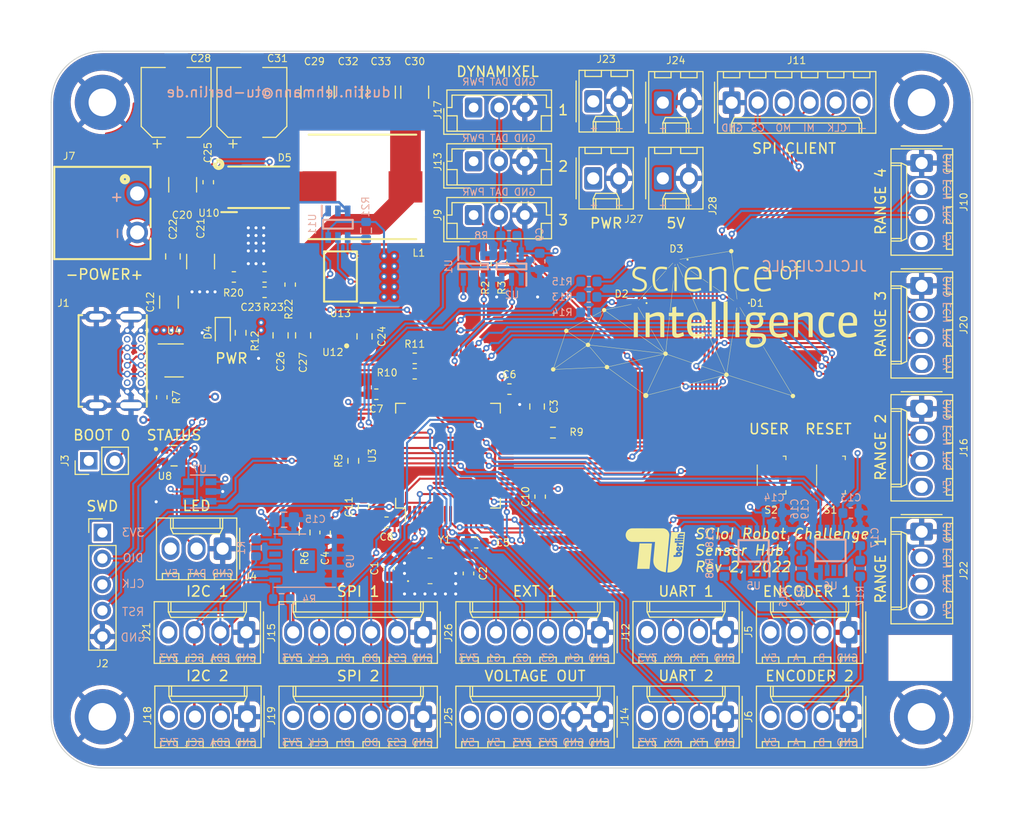
<source format=kicad_pcb>
(kicad_pcb (version 20211014) (generator pcbnew)
  (layers (0 "F.Cu" signal) (1 "In1.Cu" signal) (2 "In2.Cu" signal) (31 "B.Cu" signal) (34 "B.Paste" user) (35 "F.Paste" user) (36 "B.SilkS" user "B.Silkscreen") (37 "F.SilkS" user "F.Silkscreen") (38 "B.Mask" user) (39 "F.Mask" user) (44 "Edge.Cuts" user))
  (net 0 "")
  (net 1 "Net-(C1-Pad1)")
  (net 2 "Net-(C2-Pad1)")
  (net 3 "GPIO_EXT_3")
  (net 4 "GPIO_EXT_4")
  (net 5 "SPI1_SCK")
  (net 6 "SPI1_MISO")
  (net 7 "SPI1_MOSI")
  (net 8 "SPI1_NSS")
  (net 9 "SPI2_SCK")
  (net 10 "SPI2_MISO")
  (net 11 "SPI2_MOSI")
  (net 12 "GPIO_EXT_1")
  (net 13 "USART1_TX")
  (net 14 "USART1_RX")
  (net 15 "Net-(C3-Pad2)")
  (net 16 "I2C1_SCL")
  (net 17 "I2C1_SDA")
  (net 18 "UC_TTL_DIR")
  (net 19 "LED1")
  (net 20 "ENC_B_R")
  (net 21 "ENC_A_R")
  (net 22 "LED2")
  (net 23 "LED3")
  (net 24 "Net-(C16-Pad1)")
  (net 25 "Net-(C17-Pad1)")
  (net 26 "Net-(C18-Pad1)")
  (net 27 "USART2_TX")
  (net 28 "USART2_RX")
  (net 29 "USART6_TX")
  (net 30 "USART6_RX")
  (net 31 "PWM1")
  (net 32 "PWM2")
  (net 33 "GPIO_EXT_2")
  (net 34 "PWM_NEOPIXEL")
  (net 35 "GND")
  (net 36 "5V_USB")
  (net 37 "USB_IN_P")
  (net 38 "USB_IN_N")
  (net 39 "BAT_MEAS")
  (net 40 "USB_N")
  (net 41 "USB_P")
  (net 42 "+5V")
  (net 43 "Net-(D1-Pad2)")
  (net 44 "5V_REG")
  (net 45 "Net-(D2-Pad2)")
  (net 46 "Net-(J5-Pad2)")
  (net 47 "Net-(J5-Pad3)")
  (net 48 "Net-(J4-Pad2)")
  (net 49 "Net-(J6-Pad2)")
  (net 50 "TTL_DATA")
  (net 51 "V_PWR")
  (net 52 "Net-(J6-Pad3)")
  (net 53 "Net-(R9-Pad1)")
  (net 54 "ENC_A_L")
  (net 55 "ENC_B_L")
  (net 56 "Net-(R10-Pad1)")
  (net 57 "Net-(R21-Pad2)")
  (net 59 "CC")
  (net 60 "NRST")
  (net 61 "SWDIO")
  (net 62 "SWCLK")
  (net 63 "BOOT0")
  (net 64 "RANGE_1_ECHO")
  (net 65 "RANGE_1_TRIG")
  (net 66 "RANGE_2_ECHO")
  (net 67 "RANGE_2_TRIG")
  (net 68 "RANGE_3_ECHO")
  (net 69 "RANGE_3_TRIG")
  (net 70 "RANGE_4_ECHO")
  (net 71 "RANGE_4_TRIG")
  (net 72 "Net-(D3-Pad2)")
  (net 73 "Net-(D4-Pad2)")
  (net 78 "Net-(U7-Pad4)")
  (net 80 "USER_BTN")
  (net 82 "Net-(U11-Pad5)")
  (net 84 "+3V3")
  (net 85 "GPIO_EXT_5")
  (net 86 "Net-(C19-Pad1)")
  (net 87 "Net-(C23-Pad1)")
  (net 88 "Net-(C25-Pad1)")
  (net 89 "Net-(C25-Pad2)")
  (net 90 "Net-(R11-Pad1)")
  (net 91 "Net-(R20-Pad1)")
  (net 92 "Net-(R22-Pad2)")
  (footprint "Capacitor_SMD:C_1210_3225Metric" (layer "F.Cu") (at 184 64 90)
    (fp_text reference "C32")
    (fp_text value "C_Small")
  )
  (footprint "downloaded_parts:SON65P200X200X80-7N" (layer "F.Cu") (at 182.5 87.45 180)
    (fp_text reference "U12")
    (fp_text value "NCV8187AMT330TAG" hide)
  )
  (footprint "Connector_Molex:Molex_KK-254_AE-6410-04A_1x04_P2.54mm_Vertical" (layer "F.Cu") (at 174.06 116.75 180)
    (fp_text reference "J21")
    (fp_text value "I2C_MASTER_1")
  )
  (footprint "Capacitor_SMD:C_1210_3225Metric" (layer "F.Cu") (at 180.75 64 90)
    (fp_text reference "C29")
    (fp_text value "4x 47uF / 16V / X7R")
  )
  (footprint "LED_SMD:LED_0603_1608Metric" (layer "F.Cu") (at 171.76 87.49 -90)
    (fp_text reference "D4")
    (fp_text value "PWR_LED")
  )
  (footprint "Capacitor_SMD:C_0603_1608Metric" (layer "F.Cu") (at 188 110.5 90)
    (fp_text reference "C1")
    (fp_text value "20pF")
  )
  (footprint "Resistor_SMD:R_0603_1608Metric" (layer "F.Cu") (at 204 97.25)
    (fp_text reference "R9")
    (fp_text value "10k")
  )
  (footprint "Connector_Molex:Molex_KK-254_AE-6410-06A_1x06_P2.54mm_Vertical" (layer "F.Cu") (at 208.6 125 180)
    (fp_text reference "J25")
    (fp_text value "EXT_2")
  )
  (footprint "Resistor_SMD:R_0603_1608Metric" (layer "F.Cu") (at 184.5 100 90)
    (fp_text reference "R5")
    (fp_text value "10k")
  )
  (footprint "Connector_Molex:Molex_KK-254_AE-6410-03A_1x03_P2.54mm_Vertical" (layer "F.Cu") (at 171.74 108.58 180)
    (fp_text reference "J4")
    (fp_text value "LED_EXT")
  )
  (footprint "Capacitor_SMD:CP_Elec_6.3x5.2" (layer "F.Cu") (at 167.2 65 90)
    (fp_text reference "C28")
    (fp_text value "47uF")
  )
  (footprint "Connector_PinHeader_2.54mm:PinHeader_1x05_P2.54mm_Vertical" (layer "F.Cu") (at 160 107)
    (fp_text reference "J2")
    (fp_text value "SWD")
  )
  (footprint "Capacitor_SMD:C_0603_1608Metric" (layer "F.Cu") (at 175.838 82.045 180)
    (fp_text reference "C23")
    (fp_text value "22nF")
  )
  (footprint "Capacitor_SMD:C_0603_1608Metric" (layer "F.Cu") (at 199.75 93)
    (fp_text reference "C6")
    (fp_text value "100n")
  )
  (footprint "Capacitor_SMD:C_0603_1608Metric" (layer "F.Cu") (at 196.5 108 180)
    (fp_text reference "C5")
    (fp_text value "100n")
  )
  (footprint "neopixel:ws2812_2020" (layer "F.Cu") (at 167 99.5)
    (fp_text reference "U8")
    (fp_text value "WS2812-2020")
  )
  (footprint "Connector_Molex:Molex_KK-254_AE-6410-04A_1x04_P2.54mm_Vertical" (layer "F.Cu") (at 220.81 116.73 180)
    (fp_text reference "J12")
    (fp_text value "UART_DEBUG")
  )
  (footprint "downloaded_parts:SOIC127P600X170-9N" (layer "F.Cu") (at 175.088 78.295)
    (fp_text reference "U10")
    (fp_text value "LMR14050SSQDDARQ1" hide)
  )
  (footprint "Capacitor_SMD:C_0805_2012Metric" (layer "F.Cu") (at 166.888 80.045 -90)
    (fp_text reference "C22")
    (fp_text value "0.22u/50V")
  )
  (footprint "Capacitor_SMD:C_0603_1608Metric" (layer "F.Cu") (at 187.75 106 180)
    (fp_text reference "C8")
    (fp_text value "100n")
  )
  (footprint "downloaded_parts:POWERDI5" (layer "F.Cu") (at 176.26331 73.28981 -90)
    (fp_text reference "D5")
    (fp_text value "PDS760-13" hide)
  )
  (footprint "Connector_JST:JST_EH_B3B-EH-A_1x03_P2.50mm_Vertical" (layer "F.Cu") (at 196.25 70.75)
    (fp_text reference "J13")
    (fp_text value "Robotis_2")
  )
  (footprint "MountingHole:MountingHole_2.7mm_M2.5_Pad" (layer "F.Cu") (at 160 125)
    (fp_text reference "H4" hide)
    (fp_text value "MountingHole_Pad")
  )
  (footprint "Resistor_SMD:R_0603_1608Metric" (layer "F.Cu") (at 197.45 80.8 -90)
    (fp_text reference "R2")
    (fp_text value "10k")
  )
  (footprint "Capacitor_SMD:C_0603_1608Metric" (layer "F.Cu") (at 186.75 93.5 180)
    (fp_text reference "C7")
    (fp_text value "100n")
  )
  (footprint "Connector_Molex:Molex_KK-254_AE-6410-02A_1x02_P2.54mm_Vertical" (layer "F.Cu") (at 214.73 72.42)
    (fp_text reference "J28")
    (fp_text value "5V_OUT")
  )
  (footprint "Capacitor_SMD:C_0603_1608Metric" (layer "F.Cu") (at 195.75 111 -90)
    (fp_text reference "C2")
    (fp_text value "20pF")
  )
  (footprint "Capacitor_SMD:C_0603_1608Metric" (layer "F.Cu") (at 181.75 107 -90)
    (fp_text reference "C4")
    (fp_text value "100n")
  )
  (footprint "Resistor_SMD:R_0603_1608Metric" (layer "F.Cu") (at 175.838 83.545 180)
    (fp_text reference "R23")
    (fp_text value "17.8k")
  )
  (footprint "Package_TO_SOT_SMD:SOT-23-6" (layer "F.Cu") (at 167 90.2)
    (fp_text reference "U4")
    (fp_text value "USBLC6-2SC6")
  )
  (footprint "Connector_Molex:Molex_KK-254_AE-6410-04A_1x04_P2.54mm_Vertical" (layer "F.Cu") (at 220.81 125 180)
    (fp_text reference "J14")
    (fp_text value "UART_1")
  )
  (footprint "Connector_Molex:Molex_KK-254_AE-6410-06A_1x06_P2.54mm_Vertical" (layer "F.Cu") (at 208.6 116.75 180)
    (fp_text reference "J26")
    (fp_text value "EXT_1")
  )
  (footprint "Resistor_SMD:R_0603_1608Metric" (layer "F.Cu") (at 165.8 93.8 -90)
    (fp_text reference "R7")
    (fp_text value "5.1k")
  )
  (footprint "Resistor_SMD:R_0603_1608Metric" (layer "F.Cu") (at 172.838 82.045)
    (fp_text reference "R20")
    (fp_text value "59k")
  )
  (footprint "Capacitor_SMD:C_1206_3216Metric" (layer "F.Cu") (at 166.5 84.5 90)
    (fp_text reference "C12")
    (fp_text value "4.7uF TANT")
  )
  (footprint "Resistor_SMD:R_0603_1608Metric" (layer "F.Cu") (at 178.338 82.795 -90)
    (fp_text reference "R22")
    (fp_text value "100k")
  )
  (footprint "Connector_PinHeader_2.54mm:PinHeader_1x02_P2.54mm_Vertical" (layer "F.Cu") (at 158.67 100 90)
    (fp_text reference "J3")
    (fp_text value "JMP_BOOT0")
  )
  (footprint "Connector_Molex:Molex_KK-254_AE-6410-04A_1x04_P2.54mm_Vertical" (layer "F.Cu") (at 240 106.92 -90)
    (fp_text reference "J22")
    (fp_text value "RANGE_3")
  )
  (footprint "MountingHole:MountingHole_2.7mm_M2.5_Pad" (layer "F.Cu") (at 160 65)
    (fp_text reference "H3" hide)
    (fp_text value "MountingHole_Pad")
  )
  (footprint "Capacitor_SMD:C_1210_3225Metric" (layer "F.Cu") (at 169.588 80.545 -90)
    (fp_text reference "C21")
    (fp_text value "4.7u/50V")
  )
  (footprint "downloaded_parts:GCT_USB4085-GF-A_REVA4" (layer "F.Cu") (at 159.75 90.25 -90)
    (fp_text reference "J1")
    (fp_text value "USB4085-GF-A_REVA4")
  )
  (footprint "Capacitor_SMD:CP_Elec_6.3x5.2" (layer "F.Cu") (at 174.6 65 90)
    (fp_text reference "C31")
    (fp_text value "47uF")
  )
  (footprint "Connector_Molex:Molex_KK-254_AE-6410-02A_1x02_P2.54mm_Vertical" (layer "F.Cu") (at 207.93 64.9)
    (fp_text reference "J23")
    (fp_text value "PWR_OUT")
  )
  (footprint "Resistor_SMD:R_0603_1608Metric" (layer "F.Cu") (at 199 80.75 -90)
    (fp_text reference "R3")
    (fp_text value "1k")
  )
  (footprint "Connector_Molex:Molex_KK-254_AE-6410-04A_1x04_P2.54mm_Vertical" (layer "F.Cu") (at 240 82.92 -90)
    (fp_text reference "J20")
    (fp_text value "RANGE_1")
  )
  (footprint "downloaded_parts:ECS2501833BCKYTR" (layer "F.Cu") (at 192 110.75)
    (fp_text reference "Y1")
    (fp_text value "‎ECS-250-20-33-TR‎" hide)
  )
  (footprint "SamacSys_Parts:TL6330AF200Q" (layer "F.Cu") (at 231.15 101.4 90)
    (fp_text reference "S1")
    (fp_text value "RESET" hide)
  )
  (footprint "MountingHole:MountingHole_2.7mm_M2.5_Pad" (layer "F.Cu") (at 240 125)
    (fp_text reference "H2" hide)
    (fp_text value "MountingHole_Pad")
  )
  (footprint "Resistor_SMD:R_0603_1608Metric" (layer "F.Cu") (at 190.5 91.5 180)
    (fp_text reference "R10")
    (fp_text value "22")
  )
  (footprint "LED_SMD:LED_0402_1005Metric" (layer "F.Cu") (at 222.05 84.6 180)
    (fp_text reference "D1")
    (fp_text value "VCHG_LED")
  )
  (footprint "Capacitor_SMD:C_0603_1608Metric" (layer "F.Cu") (at 170.338 72.795 90)
    (fp_text reference "C25")
    (fp_text value "100n / 16V")
  )
  (footprint "Package_QFP:LQFP-64_10x10mm_P0.5mm" (layer "F.Cu") (at 193.75 99.5 90)
    (fp_text reference "U3")
    (fp_text value "STM32F401RCTx")
  )
  (footprint "Capacitor_SMD:C_0805_2012Metric" (layer "F.Cu") (at 185.6 87.85 -90)
    (fp_text reference "C24")
    (fp_text value "1u")
  )
  (footprint "Connector_Molex:Molex_KK-254_AE-6410-04A_1x04_P2.54mm_Vertical" (layer "F.Cu") (at 240 70.92 -90)
    (fp_text reference "J10")
    (fp_text value "RANGE_4")
  )
  (footprint "logos:scioi_logo_30" (layer "F.Cu") (at 218.8 86.6)
    (fp_text reference "G***" hide)
    (fp_text value "LOGO" hide)
  )
  (footprint "Connector_Molex:Molex_KK-254_AE-6410-04A_1x04_P2.54mm_Vertical" (layer "F.Cu") (at 232.87 125 180)
    (fp_text reference "J6")
    (fp_text value "ENCODER_2")
  )
  (footprint "downloaded_parts:INDPM105102X500N" (layer "F.Cu") (at 185.4 73.25)
    (fp_text reference "L1")
    (fp_text value "744325550" hide)
  )
  (footprint "LED_SMD:LED_0402_1005Metric" (layer "F.Cu") (at 216.05 80.35 180)
    (fp_text reference "D3")
    (fp_text value "VCHG_LED")
  )
  (footprint "Capacitor_SMD:C_1210_3225Metric" (layer "F.Cu") (at 187.25 64 90)
    (fp_text reference "C33")
    (fp_text value "C_Small")
  )
  (footprint "MountingHole:MountingHole_2.7mm_M2.5_Pad" (layer "F.Cu") (at 240 65)
    (fp_text reference "H1" hide)
    (fp_text value "MountingHole_Pad")
  )
  (footprint "Connector_Molex:Molex_KK-254_AE-6410-02A_1x02_P2.54mm_Vertical" (layer "F.Cu") (at 207.93 72.42)
    (fp_text reference "J27")
    (fp_text value "PWR_OUT")
  )
  (footprint "Connector_Molex:Molex_KK-254_AE-6410-04A_1x04_P2.54mm_Vertical" (layer "F.Cu") (at 174.12 124.98 180)
    (fp_text reference "J18")
    (fp_text value "I2C_MASTER_2")
  )
  (footprint "Capacitor_SMD:C_0805_2012Metric" (layer "F.Cu") (at 202.45 94.7 -90)
    (fp_text reference "C3")
    (fp_text value "2u2")
  )
  (footprint "SamacSys_Parts:TL6330AF200Q" (layer "F.Cu") (at 225.35 101.4 90)
    (fp_text reference "S2")
    (fp_text value "USER" hide)
  )
  (footprint "Capacitor_SMD:C_0603_1608Metric" (layer "F.Cu") (at 185.5 104.5 90)
    (fp_text reference "C11")
    (fp_text value "100n")
  )
  (footprint "Capacitor_SMD:C_1210_3225Metric" (layer "F.Cu") (at 190.5 64 90)
    (fp_text reference "C30")
    (fp_text value "C_Small")
  )
  (footprint "Connector_JST:JST_EH_B3B-EH-A_1x03_P2.50mm_Vertical" (layer "F.Cu") (at 196.25 65.5)
    (fp_text reference "J17")
    (fp_text value "Robotis_3")
  )
  (footprint "downloaded_parts:SOIC127P600X175-8N" (layer "F.Cu") (at 183.25 82 180)
    (fp_text reference "U13")
    (fp_text value "IRF9358TRPBF" hide)
  )
  (footprint "logos:tub_6" (layer "F.Cu") (at 214 108.75)
    (fp_text reference "G***" hide)
    (fp_text value "LOGO" hide)
  )
  (footprint "Connector_JST:JST_EH_B3B-EH-A_1x03_P2.50mm_Vertical" (layer "F.Cu") (at 196.25 76)
    (fp_text reference "J9")
    (fp_text value "Robotis_1")
  )
  (footprint "Connector_Molex:Molex_KK-254_AE-6410-06A_1x06_P2.54mm_Vertical" (layer "F.Cu") (at 221.45 65.02)
    (fp_text reference "J11")
    (fp_text value "SPI_SLAVE")
  )
  (footprint "Connector_Molex:Molex_KK-254_AE-6410-02A_1x02_P2.54mm_Vertical" (layer "F.Cu") (at 214.73 65.02)
    (fp_text reference "J24")
    (fp_text value "5V_OUT")
  )
  (footprint "Capacitor_SMD:C_1210_3225Metric" (layer "F.Cu") (at 167.838 73.045 90)
    (fp_text reference "C20")
    (fp_text value "4.7u/50V")
  )
  (footprint "Connector_Molex:Molex_KK-254_AE-6410-06A_1x06_P2.54mm_Vertical" (layer "F.Cu") (at 191.33 125 180)
    (fp_text reference "J19")
    (fp_text value "SPI_MASTER_2")
  )
  (footprint "Connector_Molex:Molex_KK-254_AE-6410-06A_1x06_P2.54mm_Vertical" (layer "F.Cu") (at 191.33 116.75 180)
    (fp_text reference "J15")
    (fp_text value "SPI_MASTER_1")
  )
  (footprint "Capacitor_SMD:C_0805_2012Metric" (layer "F.Cu") (at 177.4 87.75 -90)
    (fp_text reference "C26")
    (fp_text value "10u")
  )
  (footprint "Connector_Molex:Molex_KK-254_AE-6410-04A_1x04_P2.54mm_Vertical" (layer "F.Cu") (at 240 94.92 -90)
    (fp_text reference "J16")
    (fp_text value "RANGE_2")
  )
  (footprint "Capacitor_SMD:C_0805_2012Metric" (layer "F.Cu") (at 179.6 87.75 -90)
    (fp_text reference "C27")
    (fp_text value "10u")
  )
  (footprint "LED_SMD:LED_0402_1005Metric" (layer "F.Cu") (at 212.05 84.6 180)
    (fp_text reference "D2")
    (fp_text value "VCHG_LED")
  )
  (footprint "Resistor_SMD:R_0603_1608Metric" (layer "F.Cu") (at 173.5 87.5 -90)
    (fp_text reference "R12")
    (fp_text value "1k")
  )
  (footprint "Connector_Molex:Molex_KK-254_AE-6410-04A_1x04_P2.54mm_Vertical" (layer "F.Cu") (at 232.87 116.75 180)
    (fp_text reference "J5")
    (fp_text value "ENCODER_1")
  )
  (footprint "Connectors_Wuerth_user:691322310002" (layer "F.Cu") (at 163.4 75.8 -90)
    (fp_text reference "J7")
    (fp_text value "Conn_01x02")
  )
  (footprint "Resistor_SMD:R_0603_1608Metric" (layer "F.Cu") (at 190.5 90 180)
    (fp_text reference "R11")
    (fp_text value "22")
  )
  (footprint "Resistor_SMD:R_0603_1608Metric" (layer "F.Cu") (at 179.75 107 -90)
    (fp_text reference "R6")
    (fp_text value "10k")
  )
  (footprint "Capacitor_SMD:C_0603_1608Metric" (layer "F.Cu") (at 202.75 103.5 90)
    (fp_text reference "C10")
    (fp_text value "100n")
  )
  (footprint "Package_TO_SOT_SMD:SOT-23-6" (layer "B.Cu") (at 169.5 103 180)
    (fp_text reference "U7")
    (fp_text value "SN74LVC1T45DBV")
  )
  (footprint "SamacSys_Parts3:SOP65P400X130-8N" (layer "B.Cu") (at 231.1 108.75 90)
    (fp_text reference "U6")
    (fp_text value "SN74LVC3G17DCTR" hide)
  )
  (footprint "downloaded_parts:SOT95P275X110-5N" (layer "B.Cu") (at 196.2 81.025484 -90)
    (fp_text reference "U1")
    (fp_text value "74LVC1G125GV,125" hide)
  )
  (footprint "Resistor_SMD:R_0603_1608Metric" (layer "B.Cu") (at 207.5 84 180)
    (fp_text reference "R13")
    (fp_text value "1k")
  )
  (footprint "Capacitor_SMD:C_0603_1608Metric" (layer "B.Cu") (at 233.1 105.1)
    (fp_text reference "C13")
    (fp_text value "0.1u")
  )
  (footprint "Resistor_SMD:R_0603_1608Metric" (layer "B.Cu") (at 175 108.5 -90)
    (fp_text reference "R1")
    (fp_text value "4.7k")
  )
  (footprint "Capacitor_SMD:C_0603_1608Metric" (layer "B.Cu") (at 226.5 107.5 90)
    (fp_text reference "C16")
    (fp_text value "100p")
  )
  (footprint "Resistor_SMD:R_0603_1608Metric" (layer "B.Cu") (at 207.5125 82.5 180)
    (fp_text reference "R15")
    (fp_text value "1k")
  )
  (footprint "Capacitor_SMD:C_0603_1608Metric" (layer "B.Cu") (at 234 107.5 90)
    (fp_text reference "C17")
    (fp_text value "100p")
  )
  (footprint "Capacitor_SMD:C_0603_1608Metric" (layer "B.Cu") (at 202.7 80.525484 -90)
    (fp_text reference "C9")
    (fp_text value "100n")
  )
  (footprint "Resistor_SMD:R_0603_1608Metric" (layer "B.Cu") (at 234 110.5 -90)
    (fp_text reference "R17")
    (fp_text value "1k")
  )
  (footprint "Capacitor_SMD:C_0603_1608Metric" (layer "B.Cu") (at 225.6 105.05)
    (fp_text reference "C14")
    (fp_text value "0.1u")
  )
  (footprint "Resistor_SMD:R_0603_1608Metric" (layer "B.Cu") (at 226.5 110.5 -90)
    (fp_text reference "R16")
    (fp_text value "1k")
  )
  (footprint "SamacSys_Parts3:SOP65P400X130-8N" (layer "B.Cu") (at 223.6 108.8 90)
    (fp_text reference "U5")
    (fp_text value "SN74LVC3G17DCTR" hide)
  )
  (footprint "downloaded_parts:SOT95P280X100-6N" (layer "B.Cu") (at 183 76.9 -90)
    (fp_text reference "U11")
    (fp_text value "LTC4412ES6#TRMPBF" hide)
  )
  (footprint "Capacitor_SMD:C_0805_2012Metric" (layer "B.Cu") (at 177.75 105.75)
    (fp_text reference "C15")
    (fp_text value "1uF")
  )
  (footprint "downloaded_parts:SOT95P275X110-5N" (layer "B.Cu") (at 199.95 81.025484 90)
    (fp_text reference "U2")
    (fp_text value "SN74LVC1G126DBVR" hide)
  )
  (footprint "Resistor_SMD:R_0603_1608Metric" (layer "B.Cu") (at 199.7 78.025484 180)
    (fp_text reference "R8")
    (fp_text value "10k")
  )
  (footprint "Package_DFN_QFN:DFN-8-1EP_6x5mm_P1.27mm_EP2x2mm" (layer "B.Cu") (at 179.75 109.75 180)
    (fp_text reference "U9")
    (fp_text value "24LC256")
  )
  (footprint "Capacitor_SMD:C_0603_1608Metric" (layer "B.Cu") (at 228.25 107.5 90)
    (fp_text reference "C19")
    (fp_text value "100p")
  )
  (footprint "Capacitor_SMD:C_0603_1608Metric" (layer "B.Cu") (at 220.75 107.5 90)
    (fp_text reference "C18")
    (fp_text value "100p")
  )
  (footprint "Resistor_SMD:R_0603_1608Metric" (layer "B.Cu") (at 207.5 85.5 180)
    (fp_text reference "R14")
    (fp_text value "1k")
  )
  (footprint "Resistor_SMD:R_0603_1608Metric" (layer "B.Cu") (at 220.75 110.5 -90)
    (fp_text reference "R18")
    (fp_text value "1k")
  )
  (footprint "Resistor_SMD:R_0603_1608Metric" (layer "B.Cu") (at 228.25 110.5 -90)
    (fp_text reference "R19")
    (fp_text value "1k")
  )
  (footprint "Resistor_SMD:R_0603_1608Metric" (layer "B.Cu") (at 185.75 77.5 -90)
    (fp_text reference "R21")
    (fp_text value "470k")
  )
  (footprint "Resistor_SMD:R_0603_1608Metric" (layer "B.Cu") (at 177.5 113.5 180)
    (fp_text reference "R4")
    (fp_text value "4.7k")
  )
  (gr_line (start 245 65) (end 245 125) (layer "Edge.Cuts") (width 0.1))
  (gr_arc (start 245 125) (mid 243.535534 128.535534) (end 240 130) (layer "Edge.Cuts") (width 0.1))
  (gr_line (start 155 125) (end 155 65) (layer "Edge.Cuts") (width 0.1))
  (gr_arc (start 240 60) (mid 243.535534 61.464466) (end 245 65) (layer "Edge.Cuts") (width 0.1))
  (gr_arc (start 155 65) (mid 156.464466 61.464466) (end 160 60) (layer "Edge.Cuts") (width 0.1))
  (gr_line (start 240 130) (end 160 130) (layer "Edge.Cuts") (width 0.1))
  (gr_arc (start 160 130) (mid 156.464466 128.535534) (end 155 125) (layer "Edge.Cuts") (width 0.1))
  (gr_line (start 160 60) (end 240 60) (layer "Edge.Cuts") (width 0.1))
  (gr_text "GND" (at 206 127.5) (layer "B.SilkS") (effects (font (size 0.7 0.7) (thickness 0.1)) (justify mirror)))
  (gr_text "GND" (at 220.75 119.25) (layer "B.SilkS") (effects (font (size 0.7 0.7) (thickness 0.1)) (justify mirror)))
  (gr_text "3V3" (at 166.5 119.25) (layer "B.SilkS") (effects (font (size 0.7 0.7) (thickness 0.1)) (justify mirror)))
  (gr_text "-" (at 210.5 75) (layer "B.SilkS") (effects (font (size 0.7 0.7) (thickness 0.1)) (justify mirror)))
  (gr_text "GND" (at 201.25 73.75) (layer "B.SilkS") (effects (font (size 0.7 0.7) (thickness 0.1)) (justify mirror)))
  (gr_text "DI" (at 183.75 119.25) (layer "B.SilkS") (effects (font (size 0.7 0.7) (thickness 0.1)) (justify mirror)))
  (gr_text "GND" (at 191.25 119.25) (layer "B.SilkS") (effects (font (size 0.7 0.7) (thickness 0.1)) (justify mirror)))
  (gr_text "5V" (at 195.75 127.5) (layer "B.SilkS") (effects (font (size 0.7 0.7) (thickness 0.1)) (justify mirror)))
  (gr_text "RST" (at 163 114.75) (layer "B.SilkS") (effects (font (size 0.8 0.8) (thickness 0.1)) (justify mirror)))
  (gr_text "PWR" (at 196.25 63) (layer "B.SilkS") (effects (font (size 0.7 0.7) (thickness 0.1)) (justify mirror)))
  (gr_text "GND" (at 220.75 127.5) (layer "B.SilkS") (effects (font (size 0.7 0.7) (thickness 0.1)) (justify mirror)))
  (gr_text "dustin.lehmann@tu-berlin.de" (at 188.25 64) (layer "B.SilkS") (effects (font (size 1 1)) (justify left mirror)))
  (gr_text "3V3" (at 201 127.5) (layer "B.SilkS") (effects (font (size 0.7 0.7) (thickness 0.1)) (justify mirror)))
  (gr_text "DO" (at 186.25 119.25) (layer "B.SilkS") (effects (font (size 0.7 0.7) (thickness 0.1)) (justify mirror)))
  (gr_text "CS2" (at 188.75 127.5) (layer "B.SilkS") (effects (font (size 0.7 0.7) (thickness 0.1)) (justify mirror)))
  (gr_text "3V3" (at 166.5 127.5) (layer "B.SilkS") (effects (font (size 0.7 0.7) (thickness 0.1)) (justify mirror)))
  (gr_text "+" (at 161.4 74.2) (layer "B.SilkS") (effects (font (size 1 1)) (justify mirror)))
  (gr_text "3V3" (at 195.75 119.25) (layer "B.SilkS") (effects (font (size 0.7 0.7) (thickness 0.1)) (justify mirror)))
  (gr_text "RX" (at 215.75 127.5) (layer "B.SilkS") (effects (font (size 0.7 0.7) (thickness 0.1)) (justify mirror)))
  (gr_text "GND" (at 171.75 111) (layer "B.SilkS") (effects (font (size 0.7 0.7) (thickness 0.1)) (justify mirror)))
  (gr_text "A" (at 227.75 119.25) (layer "B.SilkS") (effects (font (size 0.7 0.7) (thickness 0.1)) (justify mirror)))
  (gr_text "TX" (at 218.25 119.25) (layer "B.SilkS") (effects (font (size 0.7 0.7) (thickness 0.1)) (justify mirror)))
  (gr_text "DAT" (at 198.75 68.5) (layer "B.SilkS") (effects (font (size 0.7 0.7) (thickness 0.1)) (justify mirror)))
  (gr_text "DO" (at 186.25 127.5) (layer "B.SilkS") (effects (font (size 0.7 0.7) (thickness 0.1)) (justify mirror)))
  (gr_text "GND" (at 201.25 63) (layer "B.SilkS") (effects (font (size 0.7 0.7) (thickness 0.1)) (justify mirror)))
  (gr_text "SDA" (at 171.5 127.5) (layer "B.SilkS") (effects (font (size 0.7 0.7) (thickness 0.1)) (justify mirror)))
  (gr_text "DI" (at 183.75 127.5) (layer "B.SilkS") (effects (font (size 0.7 0.7) (thickness 0.1)) (justify mirror)))
  (gr_text "SDA" (at 171.5 119.25) (layer "B.SilkS") (effects (font (size 0.7 0.7) (thickness 0.1)) (justify mirror)))
  (gr_text "3V3" (at 178.5 127.5) (layer "B.SilkS") (effects (font (size 0.7 0.7) (thickness 0.1)) (justify mirror)))
  (gr_text "MI" (at 229 67.5) (layer "B.SilkS") (effects (font (size 0.7 0.7) (thickness 0.1)) (justify mirror)))
  (gr_text "5V" (at 225.25 119.25) (layer "B.SilkS") (effects (font (size 0.7 0.7) (thickness 0.1)) (justify mirror)))
  (gr_text "SCL" (at 169 119.25) (layer "B.SilkS") (effects (font (size 0.7 0.7) (thickness 0.1)) (justify mirror)))
  (gr_text "CLK" (at 181 119.25) (layer "B.SilkS") (effects (font (size 0.7 0.7) (thickness 0.1)) (justify mirror)))
  (gr_text "G2" (at 201 119.25) (layer "B.SilkS") (effects (font (size 0.7 0.7) (thickness 0.1)) (justify mirror)))
  (gr_text "GND" (at 242.5 95 90) (layer "B.SilkS") (effects (font (size 0.7 0.7) (thickness 0.1)) (justify mirror)))
  (gr_text "+" (at 208 67.5) (layer "B.SilkS") (effects (font (size 0.7 0.7) (thickness 0.1)) (justify mirror)))
  (gr_text "ECH" (at 242.5 97.5 90) (layer "B.SilkS") (effects (font (size 0.7 0.7) (thickness 0.1)) (justify mirror)))
  (gr_text "DAT" (at 198.75 73.75) (layer "B.SilkS") (effects (font (size 0.7 0.7) (thickness 0.1)) (justify mirror)))
  (gr_text "A" (at 227.75 127.5) (layer "B.SilkS") (effects (font (size 0.7 0.7) (thickness 0.1)) (justify mirror)))
  (gr_text "G1" (at 198.25 119.25) (layer "B.SilkS") (effects (font (size 0.7 0.7) (thickness 0.1)) (justify mirror)))
  (gr_text "GND" (at 221.5 67.5) (layer "B.SilkS") (effects (font (size 0.7 0.7) (thickness 0.1)) (justify mirror)))
  (gr_text "TRG" (at 242.5 100 90) (layer "B.SilkS") (effects (font (size 0.7 0.7) (thickness 0.1)) (justify mirror)))
  (gr_text "GND" (at 174 119.25) (layer "B.SilkS") (effects (font (size 0.7 0.7) (thickness 0.1)) (justify mirror)))
  (gr_text "PWR" (at 196.25 73.75) (layer "B.SilkS") (effects (font (size 0.7 0.7) (thickness 0.1)) (justify mirror)))
  (gr_text "TRG" (at 242.5 112 90) (layer "B.SilkS") (effects (font (size 0.7 0.7) (thickness 0.1)) (justify mirror)))
  (gr_text "GND" (at 201.25 68.5) (layer "B.SilkS") (effects (font (size 0.7 0.7) (thickness 0.1)) (justify mirror)))
  (gr_text "GND" (at 174 127.5) (layer "B.SilkS") (effects (font (size 0.7 0.7) (thickness 0.1)) (justify mirror)))
  (gr_text "-" (at 161.4 77.8 90) (layer "B.SilkS") (effects (font (size 1 1)) (justify mirror)))
  (gr_text "ECH" (at 242.5 109.5 90) (layer "B.SilkS") (effects (font (size 0.7 0.7) (thickness 0.1)) (justify mirror)))
  (gr_text "PWR" (at 196.25 68.5) (layer "B.SilkS") (effects (font (size 0.7 0.7) (thickness 0.1)) (justify mirror)))
  (gr_text "-" (at 210.5 67.5) (layer "B.SilkS") (effects (font (size 0.7 0.7) (thickness 0.1)) (justify mirror)))
  (gr_text "ECH" (at 242.5 85.5 90) (layer "B.SilkS") (effects (font (size 0.7 0.7) (thickness 0.1)) (justify mirror)))
  (gr_text "5V" (at 242.5 114.5 90) (layer "B.SilkS") (effects (font (size 0.7 0.7) (thickness 0.1)) (justify mirror)))
  (gr_text "TRG" (at 242.5 88 90) (layer "B.SilkS") (effects (font (size 0.7 0.7) (thickness 0.1)) (justify mirror)))
  (gr_text "+" (at 214.75 67.5) (layer "B.SilkS") (effects (font (size 0.7 0.7) (thickness 0.1)) (justify mirror)))
  (gr_text "5V" (at 242.5 78.5 90) (layer "B.SilkS") (effects (font (size 0.7 0.7) (thickness 0.1)) (justify mirror)))
  (gr_text "TRG" (at 242.5 76 90) (layer "B.SilkS") (effects (font (size 0.7 0.7) (thickness 0.1)) (justify mirror)))
  (gr_text "5V" (at 225.25 127.5) (layer "B.SilkS") (effects (font (size 0.7 0.7) (thickness 0.1)) (justify mirror)))
  (gr_text "TX" (at 218.25 127.5) (layer "B.SilkS") (effects (font (size 0.7 0.7) (thickness 0.1)) (justify mirror)))
  (gr_text "G4" (at 206 119.25) (layer "B.SilkS") (effects (font (size 0.7 0.7) (thickness 0.1)) (justify mirror)))
  (gr_text "B" (at 230.25 127.5) (layer "B.SilkS") (effects (font (size 0.7 0.7) (thickness 0.1)) (justify mirror)))
  (gr_text "3V3" (at 213.25 119.25) (layer "B.SilkS") (effects (font (size 0.7 0.7) (thickness 0.1)) (justify mirror)))
  (gr_text "GND" (at 232.75 119.25) (layer "B.SilkS") (effects (font (size 0.7 0.7) (thickness 0.1)) (justify mirror)))
  (gr_text "-" (at 217.25 75) (layer "B.SilkS") (effects (font (size 0.7 0.7) (thickness 0.1)) (justify mirror)))
  (gr_text "5V" (at 166.75 111) (layer "B.SilkS") (effects (font (size 0.7 0.7) (thickness 0.1)) (justify mirror)))
  (gr_text "+" (at 208 75) (layer "B.SilkS") (effects (font (size 0.7 0.7) (thickness 0.1)) (justify mirror)))
  (gr_text "+" (at 214.75 75) (layer "B.SilkS") (effects (font (size 0.7 0.7) (thickness 0.1)) (justify mirror)))
  (gr_text "CS" (at 224 67.5) (layer "B.SilkS") (effects (font (size 0.7 0.7) (thickness 0.1)) (justify mirror)))
  (gr_text "-" (at 234.25 67.5) (layer "B.SilkS") (effects (font (size 0.7 0.7) (thickness 0.1)) (justify mirror)))
  (gr_text "5V" (at 242.5 102.5 90) (layer "B.SilkS") (effects (font (size 0.7 0.7) (thickness 0.1)) (justify mirror)))
  (gr_text "DIO" (at 163 109.5) (layer "B.SilkS") (effects (font (size 0.8 0.8) (thickness 0.1)) (justify mirror)))
  (gr_text "DAT" (at 169.25 111) (layer "B.SilkS") (effects (font (size 0.7 0.7) (thickness 0.1)) (justify mirror)))
  (gr_text "CLK" (at 163 112) (layer "B.SilkS") (effects (font (size 0.8 0.8) (thickness 0.1)) (justify mirror)))
  (gr_text "JLCJLCJLCJLC" (at 234.75 81) (layer "B.SilkS") (effects (font (size 1 1)) (justify left mirror)))
  (gr_text "G3" (at 203.5 119.25) (layer "B.SilkS") (effects (font (size 0.7 0.7) (thickness 0.1)) (justify mirror)))
  (gr_text "DAT" (at 198.75 63) (layer "B.SilkS") (effects (font (size 0.7 0.7) (thickness 0.1)) (justify mirror)))
  (gr_text "GND" (at 191.25 127.5) (layer "B.SilkS") (effects (font (size 0.7 0.7) (thickness 0.1)) (justify mirror)))
  (gr_text "5V" (at 198.25 127.5) (layer "B.SilkS") (effects (font (size 0.7 0.7) (thickness 0.1)) (justify mirror)))
  (gr_text "-" (at 217.25 67.5) (layer "B.SilkS") (effects (font (size 0.7 0.7) (thickness 0.1)) (justify mirror)))
  (gr_text "GND" (at 163 117.25) (layer "B.SilkS") (effects (font (size 0.8 0.8) (thickness 0.1)) (justify mirror)))
  (gr_text "GND" (at 208.5 119.25) (layer "B.SilkS") (effects (font (size 0.7 0.7) (thickness 0.1)) (justify mirror)))
  (gr_text "5V" (at 242.5 90.5 90) (layer "B.SilkS") (effects (font (size 0.7 0.7) (thickness 0.1)) (justify mirror)))
  (gr_text "GND" (at 242.5 83 90) (layer "B.SilkS") (effects (font (size 0.7 0.7) (thickness 0.1)) (justify mirror)))
  (gr_text "ECH" (at 242.5 73.5 90) (layer "B.SilkS") (effects (font (size 0.7 0.7) (thickness 0.1)) (justify mirror)))
  (gr_text "3V3" (at 213.25 127.5) (layer "B.SilkS") (effects (font (size 0.7 0.7) (thickness 0.1)) (justify mirror)))
  (gr_text "GND" (at 232.75 127.5) (layer "B.SilkS") (effects (font (size 0.7 0.7) (thickness 0.1)) (justify mirror)))
  (gr_text "SCL" (at 169 127.5) (layer "B.SilkS") (effects (font (size 0.7 0.7) (thickness 0.1)) (justify mirror)))
  (gr_text "CS1" (at 188.75 119.25) (layer "B.SilkS") (effects (font (size 0.7 0.7) (thickness 0.1)) (justify mirror)))
  (gr_text "GND" (at 242.5 71 90) (layer "B.SilkS") (effects (font (size 0.7 0.7) (thickness 0.1)) (justify mirror)))
  (gr_text "3V3" (at 163 107) (layer "B.SilkS") (effects (font (size 0.8 0.8) (thickness 0.1)) (justify mirror)))
  (gr_text "RX" (at 215.75 119.25) (layer "B.SilkS") (effects (font (size 0.7 0.7) (thickness 0.1)) (justify mirror)))
  (gr_text "3V3" (at 178.5 119.25) (layer "B.SilkS") (effects (font (size 0.7 0.7) (thickness 0.1)) (justify mirror)))
  (gr_text "GND" (at 208.5 127.5) (layer "B.SilkS") (effects (font (size 0.7 0.7) (thickness 0.1)) (justify mirror)))
  (gr_text "3V3" (at 203.5 127.5) (layer "B.SilkS") (effects (font (size 0.7 0.7) (thickness 0.1)) (justify mirror)))
  (gr_text "GND" (at 242.5 107 90) (layer "B.SilkS") (effects (font (size 0.7 0.7) (thickness 0.1)) (justify mirror)))
  (gr_text "CLK" (at 181 127.5) (layer "B.SilkS") (effects (font (size 0.7 0.7) (thickness 0.1)) (justify mirror)))
  (gr_text "B" (at 230.25 119.25) (layer "B.SilkS") (effects (font (size 0.7 0.7) (thickness 0.1)) (justify mirror)))
  (gr_text "MO" (at 226.5 67.5) (layer "B.SilkS") (effects (font (size 0.7 0.7) (thickness 0.1)) (justify mirror)))
  (gr_text "CLK" (at 231.75 67.5) (layer "B.SilkS") (effects (font (size 0.7 0.7) (thickness 0.1)) (justify mirror)))
  (gr_text "DYNAMIXEL" (at 198.6 62) (layer "F.SilkS") (effects (font (size 1 1))))
  (gr_text "RANGE 2" (at 236 98.67 90) (layer "F.SilkS") (effects (font (size 1 1))))
  (gr_text "SPI 1" (at 184.98 112.77) (layer "F.SilkS") (effects (font (size 1 1))))
  (gr_text "SPI CLIENT" (at 227.55 69.5) (layer "F.SilkS") (effects (font (size 1 1))))
  (gr_text "SWD" (at 160 104.435) (layer "F.SilkS") (effects (font (size 1 1))))
  (gr_text "-POWER+" (at 160.2 81.8) (layer "F.SilkS") (effects (font (size 1 1))))
  (gr_text "RANGE 3" (at 236 86.67 90) (layer "F.SilkS") (effects (font (size 1 1))))
  (gr_text "I2C 1" (at 170.25 112.75) (layer "F.SilkS") (effects (font (size 1 1))))
  (gr_text "PWR" (at 209.2 76.8) (layer "F.SilkS") (effects (font (size 1 1))))
  (gr_text "LED" (at 169.2 104.4) (layer "F.SilkS") (effects (font (size 1 1))))
  (gr_text "5V" (at 216 76.8) (layer "F.SilkS") (effects (font (size 1 1))))
  (gr_text "PWR" (at 172.6 90) (layer "F.SilkS") (effects (font (size 1 1))))
  (gr_text "RESET" (at 230.9 96.9) (layer "F.SilkS") (effects (font (size 1 1))))
  (gr_text "STATUS" (at 167 97.5) (layer "F.SilkS") (effects (font (size 1 1))))
  (gr_text "3" (at 205 76.5) (layer "F.SilkS") (effects (font (size 1 1))))
  (gr_text "BOOT 0" (at 159.945 97.5) (layer "F.SilkS") (effects (font (size 1 1))))
  (gr_text "ENCODER 2" (at 229.06 121.02) (layer "F.SilkS") (effects (font (size 1 1))))
  (gr_text "RANGE 1" (at 236 110.67 90) (layer "F.SilkS") (effects (font (size 1 1))))
  (gr_text "UART 1" (at 217 112.75) (layer "F.SilkS") (effects (font (size 1 1))))
  (gr_text "VOLTAGE OUT" (at 202.25 121.02) (layer "F.SilkS") (effects (font (size 1 1))))
  (gr_text "SCIoI Robot Challenge\nSensor Hub\nRev 2, 2022" (at 217.75 108.75) (layer "F.SilkS") (effects (font (size 1 1) (thickness 0.15) italic) (justify left)))
  (gr_text "1" (at 205 65.75) (layer "F.SilkS") (effects (font (size 1 1))))
  (gr_text "SPI 2" (at 184.98 121.02) (layer "F.SilkS") (effects (font (size 1 1))))
  (gr_text "USER" (at 225.1 96.9) (layer "F.SilkS") (effects (font (size 1 1))))
  (gr_text "UART 2" (at 217 121) (layer "F.SilkS") (effects (font (size 1 1))))
  (gr_text "RANGE 4" (at 236 74.67 90) (layer "F.SilkS") (effects (font (size 1 1))))
  (gr_text "ENCODER 1" (at 228.81 112.77) (layer "F.SilkS") (effects (font (size 1 1))))
  (gr_text "I2C 2\n" (at 170.25 121) (layer "F.SilkS") (effects (font (size 1 1))))
  (gr_text "2" (at 205 71.25) (layer "F.SilkS") (effects (font (size 1 1))))
  (gr_text "EXT 1" (at 202.25 112.75) (layer "F.SilkS") (effects (font (size 1 1))))
  (segment (start 190.85 111.7) (end 192 110.55) (width 0.2) (layer "F.Cu") (net 1))
  (segment (start 192 110.55) (end 192 105.175) (width 0.2) (layer "F.Cu") (net 1))
  (segment (start 190.85 111.7) (end 188.425 111.7) (width 0.2) (layer "F.Cu") (net 1))
  (segment (start 188.425 111.7) (end 188 111.275) (width 0.2) (layer "F.Cu") (net 1))
  (segment (start 195.325 109.8) (end 195.75 110.225) (width 0.2) (layer "F.Cu") (net 2))
  (segment (start 193.15 109.8) (end 195.325 109.8) (width 0.2) (layer "F.Cu") (net 2))
  (segment (start 192.5 109.15) (end 193.15 109.8) (width 0.2) (layer "F.Cu") (net 2))
  (segment (start 192.5 105.175) (end 192.5 109.15) (width 0.2) (layer "F.Cu") (net 2))
  (segment (start 193.5 106.314969) (end 193.5 105.175) (width 0.2) (layer "F.Cu") (net 3))
  (segment (start 194.175227 106.990196) (end 193.5 106.314969) (width 0.2) (layer "F.Cu") (net 3))
  (via (at 194.175227 106.990196) (size 0.6) (drill 0.3) (layers "F.Cu" "B.Cu") (net 3))
  (segment (start 194.75 107.25) (end 196.652162 107.25) (width 0.2) (layer "B.Cu") (net 3))
  (segment (start 194.490196 106.990196) (end 194.75 107.25) (width 0.2) (layer "B.Cu") (net 3))
  (segment (start 198.152162 108.75) (end 199.25 108.75) (width 0.2) (layer "B.Cu") (net 3))
  (segment (start 196.652162 107.25) (end 198.152162 108.75) (width 0.2) (layer "B.Cu") (net 3))
  (segment (start 199.25 108.75) (end 203.52 113.02) (width 0.2) (layer "B.Cu") (net 3))
  (segment (start 203.52 113.02) (end 203.52 116.75) (width 0.2) (layer "B.Cu") (net 3))
  (segment (start 194.175227 106.990196) (end 194.490196 106.990196) (width 0.2) (layer "B.Cu") (net 3))
  (segment (start 194 105.979651) (end 194 105.175) (width 0.2) (layer "F.Cu") (net 4))
  (segment (start 194.9005 106.5) (end 194.520349 106.5) (width 0.2) (layer "F.Cu") (net 4))
  (segment (start 194.520349 106.5) (end 194 105.979651) (width 0.2) (layer "F.Cu") (net 4))
  (via (at 194.9005 106.5) (size 0.6) (drill 0.3) (layers "F.Cu" "B.Cu") (net 4))
  (segment (start 197.597838 106.5) (end 206.06 114.962162) (width 0.2) (layer "B.Cu") (net 4))
  (segment (start 194.9005 106.5) (end 197.597838 106.5) (width 0.2) (layer "B.Cu") (net 4))
  (segment (start 206.06 114.962162) (end 206.06 116.75) (width 0.2) (layer "B.Cu") (net 4))
  (segment (start 227.32904 67.735966) (end 228.315006 66.75) (width 0.2) (layer "F.Cu") (net 5))
  (segment (start 230.75 66.75) (end 231.61 65.89) (width 0.2) (layer "F.Cu") (net 5))
  (segment (start 227.32904 74.355954) (end 227.32904 67.735966) (width 0.2) (layer "F.Cu") (net 5))
  (segment (start 231.61 65.89) (end 231.61 65.02) (width 0.2) (layer "F.Cu") (net 5))
  (segment (start 228.315006 66.75) (end 230.75 66.75) (width 0.2) (layer "F.Cu") (net 5))
  (segment (start 199.425 101.25) (end 212.684994 101.25) (width 0.2) (layer "F.Cu") (net 5))
  (segment (start 219.60048 94.334514) (end 219.600481 82.084513) (width 0.2) (layer "F.Cu") (net 5))
  (segment (start 212.684994 101.25) (end 219.60048 94.334514) (width 0.2) (layer "F.Cu") (net 5))
  (segment (start 219.600481 82.084513) (end 227.32904 74.355954) (width 0.2) (layer "F.Cu") (net 5))
  (segment (start 219.20096 88.5) (end 219.200962 81.919026) (width 0.2) (layer "F.Cu") (net 6))
  (segment (start 219.200962 81.919026) (end 226.92952 74.190468) (width 0.2) (layer "F.Cu") (net 6))
  (segment (start 219.20096 94.169028) (end 219.20096 88.5) (width 0.2) (layer "F.Cu") (net 6))
  (segment (start 212.619988 100.75) (end 219.20096 94.169028) (width 0.2) (layer "F.Cu") (net 6))
  (segment (start 226.92952 74.190468) (end 226.92952 67.57048) (width 0.2) (layer "F.Cu") (net 6))
  (segment (start 199.425 100.75) (end 212.619988 100.75) (width 0.2) (layer "F.Cu") (net 6))
  (segment (start 229.07 65.43) (end 229.07 65.02) (width 0.2) (layer "F.Cu") (net 6))
  (segment (start 226.92952 67.57048) (end 229.07 65.43) (width 0.2) (layer "F.Cu") (net 6))
  (segment (start 218.80144 81.753542) (end 226.53 74.024982) (width 0.2) (layer "F.Cu") (net 7))
  (segment (start 212.554982 100.25) (end 218.80144 94.003542) (width 0.2) (layer "F.Cu") (net 7))
  (segment (start 199.425 100.25) (end 212.554982 100.25) (width 0.2) (layer "F.Cu") (net 7))
  (segment (start 218.80144 94.003542) (end 218.80144 81.753542) (width 0.2) (layer "F.Cu") (net 7))
  (segment (start 226.53 74.024982) (end 226.53 65.02) (width 0.2) (layer "F.Cu") (net 7))
  (segment (start 220 82.25) (end 228 74.25) (width 0.2) (layer "F.Cu") (net 8))
  (segment (start 220 94.5) (end 220 82.25) (width 0.2) (layer "F.Cu") (net 8))
  (segment (start 199.425 101.75) (end 212.75 101.75) (width 0.2) (layer "F.Cu") (net 8))
  (segment (start 228 74.25) (end 228 71.25) (width 0.2) (layer "F.Cu") (net 8))
  (segment (start 212.75 101.75) (end 220 94.5) (width 0.2) (layer "F.Cu") (net 8))
  (via (at 228 71.25) (size 0.6) (drill 0.3) (layers "F.Cu" "B.Cu") (net 8))
  (segment (start 223.99 67.24) (end 223.99 65.02) (width 0.2) (layer "B.Cu") (net 8))
  (segment (start 228 71.25) (end 223.99 67.24) (width 0.2) (layer "B.Cu") (net 8))
  (segment (start 197.5 97.25) (end 196.75 96.5) (width 0.2) (layer "F.Cu") (net 9))
  (segment (start 186.75 109) (end 181.17 114.58) (width 0.2) (layer "F.Cu") (net 9))
  (segment (start 199.425 97.25) (end 197.5 97.25) (width 0.2) (layer "F.Cu") (net 9))
  (segment (start 181.17 116.75) (end 181.17 125) (width 0.2) (layer "F.Cu") (net 9))
  (segment (start 181.17 114.58) (end 181.17 116.75) (width 0.2) (layer "F.Cu") (net 9))
  (via (at 196.75 96.5) (size 0.6) (drill 0.3) (layers "F.Cu" "B.Cu") (net 9))
  (via (at 186.75 109) (size 0.6) (drill 0.3) (layers "F.Cu" "B.Cu") (net 9))
  (segment (start 189.75 104.75) (end 186.75 107.75) (width 0.2) (layer "B.Cu") (net 9))
  (segment (start 189.75 98.25) (end 189.75 104.75) (width 0.2) (layer "B.Cu") (net 9))
  (segment (start 196.75 96.5) (end 196.25 96) (width 0.2) (layer "B.Cu") (net 9))
  (segment (start 192 96) (end 189.75 98.25) (width 0.2) (layer "B.Cu") (net 9))
  (segment (start 186.75 107.75) (end 186.75 109) (width 0.2) (layer "B.Cu") (net 9))
  (segment (start 196.25 96) (end 192 96) (width 0.2) (layer "B.Cu") (net 9))
  (segment (start 194.5 105.175) (end 194.5 103.75) (width 0.2) (layer "F.Cu") (net 10))
  (segment (start 194 103.25) (end 191 103.25) (width 0.2) (layer "F.Cu") (net 10))
  (segment (start 194.25 103.5) (end 194 103.25) (width 0.2) (layer "F.Cu") (net 10))
  (segment (start 183.71 125) (end 183.71 116.75) (width 0.2) (layer "F.Cu") (net 10))
  (segment (start 194.5 103.75) (end 194.25 103.5) (width 0.2) (layer "F.Cu") (net 10))
  (via (at 191 103.25) (size 0.6) (drill 0.3) (layers "F.Cu" "B.Cu") (net 10))
  (segment (start 191 104.25) (end 189.099511 106.150489) (width 0.2) (layer "B.Cu") (net 10))
  (segment (start 189.099511 107.498327) (end 183.71 112.887838) (width 0.2) (layer "B.Cu") (net 10))
  (segment (start 191 103.25) (end 191 104.25) (width 0.2) (layer "B.Cu") (net 10))
  (segment (start 189.099511 106.150489) (end 189.099511 107.498327) (width 0.2) (layer "B.Cu") (net 10))
  (segment (start 183.71 112.887838) (end 183.71 116.75) (width 0.2) (layer "B.Cu") (net 10))
  (segment (start 195 105.175) (end 195 103.5) (width 0.2) (layer "F.Cu") (net 11))
  (segment (start 186.25 125) (end 186.25 116.75) (width 0.2) (layer "F.Cu") (net 11))
  (segment (start 194.1505 102.6505) (end 192 102.6505) (width 0.2) (layer "F.Cu") (net 11))
  (segment (start 195 103.5) (end 194.5 103) (width 0.2) (layer "F.Cu") (net 11))
  (segment (start 194.5 103) (end 194.1505 102.6505) (width 0.2) (layer "F.Cu") (net 11))
  (via (at 192 102.6505) (size 0.6) (drill 0.3) (layers "F.Cu" "B.Cu") (net 11))
  (segment (start 186.25 110.912844) (end 186.25 116.75) (width 0.2) (layer "B.Cu") (net 11))
  (segment (start 189.499031 106.315975) (end 189.49903 107.663814) (width 0.2) (layer "B.Cu") (net 11))
  (segment (start 192 102.6505) (end 192 103.815006) (width 0.2) (layer "B.Cu") (net 11))
  (segment (start 189.49903 107.663814) (end 186.25 110.912844) (width 0.2) (layer "B.Cu") (net 11))
  (segment (start 192 103.815006) (end 189.499031 106.315975) (width 0.2) (layer "B.Cu") (net 11))
  (segment (start 191 105.175) (end 191 106.75) (width 0.2) (layer "F.Cu") (net 12))
  (segment (start 191 106.75) (end 191.25 107) (width 0.2) (layer "F.Cu") (net 12))
  (via (at 191.25 107) (size 0.6) (drill 0.3) (layers "F.Cu" "B.Cu") (net 12))
  (segment (start 188.79 115.79) (end 188.79 116.75) (width 0.2) (layer "B.Cu") (net 12))
  (segment (start 188.02 115.02) (end 188.79 115.79) (width 0.2) (layer "B.Cu") (net 12))
  (segment (start 190.282503 108.282503) (end 188.02 110.545006) (width 0.2) (layer "B.Cu") (net 12))
  (segment (start 190.565335 108.282503) (end 190.282503 108.282503) (width 0.2) (layer "B.Cu") (net 12))
  (segment (start 191.25 107) (end 191.25 107.597838) (width 0.2) (layer "B.Cu") (net 12))
  (segment (start 191.25 107.597838) (end 190.565335 108.282503) (width 0.2) (layer "B.Cu") (net 12))
  (segment (start 188.02 110.545006) (end 188.02 115.02) (width 0.2) (layer "B.Cu") (net 12))
  (segment (start 194.5 100.25) (end 194.75 100.25) (width 0.2) (layer "F.Cu") (net 13))
  (segment (start 188.075 100.25) (end 189.75 100.25) (width 0.2) (layer "F.Cu") (net 13))
  (segment (start 194.75 100.25) (end 195 100.5) (width 0.2) (layer "F.Cu") (net 13))
  (segment (start 189.75 100.25) (end 194.5 100.25) (width 0.2) (layer "F.Cu") (net 13))
  (via (at 195 100.5) (size 0.6) (drill 0.3) (layers "F.Cu" "B.Cu") (net 13))
  (segment (start 211.149519 113.584513) (end 211.149519 118.399519) (width 0.2) (layer "B.Cu") (net 13))
  (segment (start 216.5 122) (end 218.27 123.77) (width 0.2) (layer "B.Cu") (net 13))
  (segment (start 195.60048 101.10048) (end 198.665487 101.100481) (width 0.2) (layer "B.Cu") (net 13))
  (segment (start 198.665487 101.100481) (end 211.149519 113.584513) (width 0.2) (layer "B.Cu") (net 13))
  (segment (start 195 100.5) (end 195.60048 101.10048) (width 0.2) (layer "B.Cu") (net 13))
  (segment (start 218.27 123.77) (end 218.27 125) (width 0.2) (layer "B.Cu") (net 13))
  (segment (start 214.75 122) (end 216.5 122) (width 0.2) (layer "B.Cu") (net 13))
  (segment (start 211.149519 118.399519) (end 214.75 122) (width 0.2) (layer "B.Cu") (net 13))
  (segment (start 192.5 93.825) (end 192.5 95.25) (width 0.2) (layer "F.Cu") (net 14))
  (segment (start 192.5 95.25) (end 192.5 95.5) (width 0.2) (layer "F.Cu") (net 14))
  (segment (start 192.5 95.5) (end 194 97) (width 0.2) (layer "F.Cu") (net 14))
  (via (at 194 97) (size 0.6) (drill 0.3) (layers "F.Cu" "B.Cu") (net 14))
  (segment (start 195 101.5) (end 198.5 101.5) (width 0.2) (layer "B.Cu") (net 14))
  (segment (start 210.75 118.565006) (end 210.75 118.5) (width 0.2) (layer "B.Cu") (net 14))
  (segment (start 215.73 125) (end 215.73 123.545006) (width 0.2) (layer "B.Cu") (net 14))
  (segment (start 210.75 113.75) (end 210.75 118.5) (width 0.2) (layer "B.Cu") (net 14))
  (segment (start 194 97) (end 194 100.5) (width 0.2) (layer "B.Cu") (net 14))
  (segment (start 198.5 101.5) (end 210.75 113.75) (width 0.2) (layer "B.Cu") (net 14))
  (segment (start 194 100.5) (end 195 101.5) (width 0.2) (layer "B.Cu") (net 14))
  (segment (start 215.73 123.545006) (end 210.75 118.565006) (width 0.2) (layer "B.Cu") (net 14))
  (segment (start 199.425 96.75) (end 201.3375 96.75) (width 0.2) (layer "F.Cu") (net 15))
  (segment (start 201.3375 96.75) (end 202.45 95.6375) (width 0.2) (layer "F.Cu") (net 15))
  (segment (start 179.934994 101.75) (end 173.850481 107.834513) (width 0.2) (layer "F.Cu") (net 16))
  (segment (start 168.98 116.75) (end 168.98 124.92) (width 0.25) (layer "F.Cu") (net 16))
  (segment (start 173.850481 107.834513) (end 173.850481 114.149519) (width 0.2) (layer "F.Cu") (net 16))
  (segment (start 170.48 115.25) (end 168.98 116.75) (width 0.2) (layer "F.Cu") (net 16))
  (segment (start 188.075 101.75) (end 179.934994 101.75) (width 0.2) (layer "F.Cu") (net 16))
  (segment (start 172.75 115.25) (end 170.48 115.25) (width 0.2) (layer "F.Cu") (net 16))
  (segment (start 173.850481 114.149519) (end 172.75 115.25) (width 0.2) (layer "F.Cu") (net 16))
  (segment (start 168.98 124.92) (end 169.04 124.98) (width 0.25) (layer "F.Cu") (net 16))
  (segment (start 174.467497 110.467497) (end 174.549994 110.385) (width 0.2) (layer "B.Cu") (net 16))
  (segment (start 168.98 116.75) (end 168.98 115.954994) (width 0.2) (layer "B.Cu") (net 16))
  (segment (start 175 109.325) (end 175 109.934994) (width 0.2) (layer "B.Cu") (net 16))
  (segment (start 168.98 115.954994) (end 174.467497 110.467497) (width 0.2) (layer "B.Cu") (net 16))
  (segment (start 174.549994 110.385) (end 176.85 110.385) (width 0.2) (layer "B.Cu") (net 16))
  (segment (start 175 109.934994) (end 174.467497 110.467497) (width 0.2) (layer "B.Cu") (net 16))
  (segment (start 171.81786 116.75) (end 171.52 116.75) (width 0.2) (layer "F.Cu") (net 17))
  (segment (start 171.52 124.92) (end 171.58 124.98) (width 0.25) (layer "F.Cu") (net 17))
  (segment (start 171.52 116.75) (end 171.52 124.92) (width 0.25) (layer "F.Cu") (net 17))
  (segment (start 180 102.25) (end 174.25 108) (width 0.2) (layer "F.Cu") (net 17))
  (segment (start 188.075 102.25) (end 180 102.25) (width 0.2) (layer "F.Cu") (net 17))
  (segment (start 174.25 114.31786) (end 171.81786 116.75) (width 0.2) (layer "F.Cu") (net 17))
  (segment (start 174.25 108) (end 174.25 114.31786) (width 0.2) (layer "F.Cu") (net 17))
  (segment (start 171.52 116.75) (end 171.52 113.98) (width 0.2) (layer "B.Cu") (net 17))
  (segment (start 176.675 113.5) (end 176.675 111.83) (width 0.2) (layer "B.Cu") (net 17))
  (segment (start 173.845 111.655) (end 176.85 111.655) (width 0.2) (layer "B.Cu") (net 17))
  (segment (start 176.675 111.83) (end 176.85 111.655) (width 0.2) (layer "B.Cu") (net 17))
  (segment (start 171.52 113.98) (end 173.845 111.655) (width 0.2) (layer "B.Cu") (net 17))
  (segment (start 188.075 97.25) (end 185.9887 97.25) (width 0.2) (layer "F.Cu") (net 18))
  (segment (start 185.9887 97.25) (end 185.241525 96.502825) (width 0.2) (layer "F.Cu") (net 18))
  (via (at 185.241525 96.502825) (size 0.6) (drill 0.3) (layers "F.Cu" "B.Cu") (net 18))
  (segment (start 185.60048 94.75) (end 185.600481 90.584513) (width 0.2) (layer "B.Cu") (net 18))
  (segment (start 193.25 81.775484) (end 195.25 79.775484) (width 0.2) (layer "B.Cu") (net 18))
  (segment (start 195.25 80.239604) (end 195.25 79.775484) (width 0.2) (layer "B.Cu") (net 18))
  (segment (start 189.584514 86.60048) (end 191.64952 86.60048) (width 0.2) (layer "B.Cu") (net 18))
  (segment (start 191.64952 86.60048) (end 193.25 85) (width 0.2) (layer "B.Cu") (net 18))
  (segment (start 200.9 81.900484) (end 200.099032 81.099516) (width 0.2) (layer "B.Cu") (net 18))
  (segment (start 200.9 82.275484) (end 200.9 81.900484) (width 0.2) (layer "B.Cu") (net 18))
  (segment (start 196.10991 81.099514) (end 195.25 80.239604) (width 0.2) (layer "B.Cu") (net 18))
  (segment (start 185.241525 95.108955) (end 185.60048 94.75) (width 0.2) (layer "B.Cu") (net 18))
  (segment (start 200.099032 81.099516) (end 196.10991 81.099514) (width 0.2) (layer "B.Cu") (net 18))
  (segment (start 185.241525 96.502825) (end 185.241525 95.108955) (width 0.2) (layer "B.Cu") (net 18))
  (segment (start 185.600481 90.584513) (end 189.584514 86.60048) (width 0.2) (layer "B.Cu") (net 18))
  (segment (start 193.25 85) (end 193.25 81.775484) (width 0.2) (layer "B.Cu") (net 18))
  (segment (start 193.5 93.825) (end 193.5 91) (width 0.2) (layer "F.Cu") (net 19))
  (segment (start 193.25 88) (end 194.25 87) (width 0.2) (layer "F.Cu") (net 19))
  (segment (start 194.25 87) (end 195 86.25) (width 0.2) (layer "F.Cu") (net 19))
  (segment (start 193.5 91) (end 193.25 90.75) (width 0.2) (layer "F.Cu") (net 19))
  (segment (start 193.25 90.75) (end 193.25 88) (width 0.2) (layer "F.Cu") (net 19))
  (via (at 195 86.25) (size 0.6) (drill 0.3) (layers "F.Cu" "B.Cu") (net 19))
  (segment (start 197.252401 85.752401) (end 204 85.752401) (width 0.2) (layer "B.Cu") (net 19))
  (segment (start 195 86.25) (end 195.5 85.75) (width 0.2) (layer "B.Cu") (net 19))
  (segment (start 204 85.752401) (end 205.752401 84) (width 0.2) (layer "B.Cu") (net 19))
  (segment (start 195.5 85.75) (end 197.25 85.75) (width 0.2) (layer "B.Cu") (net 19))
  (segment (start 197.25 85.75) (end 197.252401 85.752401) (width 0.2) (layer "B.Cu") (net 19))
  (segment (start 205.752401 84) (end 206.7125 84) (width 0.2) (layer "B.Cu") (net 19))
  (segment (start 189.75 99.75) (end 195.25 99.75) (width 0.2) (layer "F.Cu") (net 20))
  (segment (start 188.075 99.75) (end 189.75 99.75) (width 0.2) (layer "F.Cu") (net 20))
  (segment (start 197 99.75) (end 197.75 100.5) (width 0.2) (layer "F.Cu") (net 20))
  (segment (start 195.25 99.75) (end 197 99.75) (width 0.2) (layer "F.Cu") (net 20))
  (via (at 197.75 100.5) (size 0.6) (drill 0.3) (layers "F.Cu" "B.Cu") (net 20))
  (segment (start 230.125 106.8) (end 230.125 103.940006) (width 0.2) (layer "B.Cu") (net 20))
  (segment (start 207 100.5) (end 197.75 100.5) (width 0.2) (layer "B.Cu") (net 20))
  (segment (start 208.64952 102.14952) (end 207 100.5) (width 0.2) (layer "B.Cu") (net 20))
  (segment (start 230.125 103.940006) (end 228.334514 102.14952) (width 0.2) (layer "B.Cu") (net 20))
  (segment (start 228.334514 102.14952) (end 208.64952 102.14952) (width 0.2) (layer "B.Cu") (net 20))
  (segment (start 197.5 99.25) (end 197.75 99.5) (width 0.2) (layer "F.Cu") (net 21))
  (segment (start 188.075 99.25) (end 197.5 99.25) (width 0.2) (layer "F.Cu") (net 21))
  (via (at 197.75 99.5) (size 0.6) (drill 0.3) (layers "F.Cu" "B.Cu") (net 21))
  (segment (start 231.425 104.675) (end 228.5 101.75) (width 0.2) (layer "B.Cu") (net 21))
  (segment (start 198.35048 100.10048) (end 197.75 99.5) (width 0.2) (layer "B.Cu") (net 21))
  (segment (start 228.5 101.75) (end 208.815006 101.75) (width 0.2) (layer "B.Cu") (net 21))
  (segment (start 207.165487 100.100481) (end 198.35048 100.10048) (width 0.2) (layer "B.Cu") (net 21))
  (segment (start 208.815006 101.75) (end 207.165487 100.100481) (width 0.2) (layer "B.Cu") (net 21))
  (segment (start 231.425 106.8) (end 231.425 104.675) (width 0.2) (layer "B.Cu") (net 21))
  (segment (start 193.75 88.25) (end 194.75 87.25) (width 0.2) (layer "F.Cu") (net 22))
  (segment (start 193.75 90.5) (end 193.75 88.25) (width 0.2) (layer "F.Cu") (net 22))
  (segment (start 194.75 87.25) (end 195 87.25) (width 0.2) (layer "F.Cu") (net 22))
  (segment (start 194 90.75) (end 193.75 90.5) (width 0.2) (layer "F.Cu") (net 22))
  (segment (start 194 93.825) (end 194 90.75) (width 0.2) (layer "F.Cu") (net 22))
  (via (at 195 87.25) (size 0.6) (drill 0.3) (layers "F.Cu" "B.Cu") (net 22))
  (segment (start 196.184994 87.25) (end 197.283073 86.151921) (width 0.2) (layer "B.Cu") (net 22))
  (segment (start 206.060579 86.151921) (end 206.7125 85.5) (width 0.2) (layer "B.Cu") (net 22))
  (segment (start 195 87.25) (end 196.184994 87.25) (width 0.2) (layer "B.Cu") (net 22))
  (segment (start 197.283073 86.151921) (end 206.060579 86.151921) (width 0.2) (layer "B.Cu") (net 22))
  (segment (start 188.075 96.75) (end 186.5 96.75) (width 0.2) (layer "F.Cu") (net 23))
  (segment (start 186.5 96.75) (end 186 96.25) (width 0.2) (layer "F.Cu") (net 23))
  (via (at 186 96.25) (size 0.6) (drill 0.3) (layers "F.Cu" "B.Cu") (net 23))
  (segment (start 186 90.75) (end 189.75 87) (width 0.2) (layer "B.Cu") (net 23))
  (segment (start 203.836914 85.350481) (end 206.687395 82.5) (width 0.2) (layer "B.Cu") (net 23))
  (segment (start 193.25 87) (end 194.89952 85.35048) (width 0.2) (layer "B.Cu") (net 23))
  (segment (start 195.665487 85.350481) (end 203.836914 85.350481) (width 0.2) (layer "B.Cu") (net 23))
  (segment (start 194.89952 85.35048) (end 195.665487 85.350481) (width 0.2) (layer "B.Cu") (net 23))
  (segment (start 206.687395 82.5) (end 206.725 82.5) (width 0.2) (layer "B.Cu") (net 23))
  (segment (start 189.75 87) (end 193.25 87) (width 0.2) (layer "B.Cu") (net 23))
  (segment (start 186 96.25) (end 186 90.75) (width 0.2) (layer "B.Cu") (net 23))
  (segment (start 224.575 109.425) (end 224.575 110.75) (width 0.2) (layer "B.Cu") (net 24))
  (segment (start 226.5 108.2875) (end 226.5 109.7125) (width 0.2) (layer "B.Cu") (net 24))
  (segment (start 226.5 108.2875) (end 225.7125 108.2875) (width 0.2) (layer "B.Cu") (net 24))
  (segment (start 225.7125 108.2875) (end 224.575 109.425) (width 0.2) (layer "B.Cu") (net 24))
  (segment (start 231.949511 110.574511) (end 232.075 110.7) (width 0.2) (layer "B.Cu") (net 25))
  (segment (start 234 109.7125) (end 234 108.2875) (width 0.2) (layer "B.Cu") (net 25))
  (segment (start 231.949511 110.337989) (end 231.949511 110.574511) (width 0.2) (layer "B.Cu") (net 25))
  (segment (start 234 108.2875) (end 231.949511 110.337989) (width 0.2) (layer "B.Cu") (net 25))
  (segment (start 221.536522 108.2875) (end 223.275 110.025978) (width 0.2) (layer "B.Cu") (net 26))
  (segment (start 223.275 110.025978) (end 223.275 110.75) (width 0.2) (layer "B.Cu") (net 26))
  (segment (start 220.75 108.2875) (end 220.75 109.7125) (width 0.2) (layer "B.Cu") (net 26))
  (segment (start 220.75 108.2875) (end 221.536522 108.2875) (width 0.2) (layer "B.Cu") (net 26))
  (segment (start 216.25 112.25) (end 218.27 114.27) (width 0.2) (layer "F.Cu") (net 27))
  (segment (start 197.5 105.175) (end 198.075 105.75) (width 0.2) (layer "F.Cu") (net 27))
  (segment (start 218.27 114.27) (end 218.27 116.73) (width 0.2) (layer "F.Cu") (net 27))
  (segment (start 205.299503 112.25) (end 216.25 112.25) (width 0.2) (layer "F.Cu") (net 27))
  (segment (start 198.075 105.75) (end 200.25 105.75) (width 0.2) (layer "F.Cu") (net 27))
  (segment (start 200.799503 107.75) (end 205.299503 112.25) (width 0.2) (layer "F.Cu") (net 27))
  (via (at 200.25 105.75) (size 0.6) (drill 0.3) (layers "F.Cu" "B.Cu") (net 27))
  (via (at 200.799503 107.75) (size 0.6) (drill 0.3) (layers "F.Cu" "B.Cu") (net 27))
  (segment (start 200.799503 106.299503) (end 200.799503 107.75) (width 0.2) (layer "B.Cu") (net 27))
  (segment (start 200.25 105.75) (end 200.799503 106.299503) (width 0.2) (layer "B.Cu") (net 27))
  (segment (start 205.134017 112.64952) (end 214.14952 112.64952) (width 0.2) (layer "F.Cu") (net 28))
  (segment (start 200.959417 108.757752) (end 201.242249 108.757751) (width 0.2) (layer "F.Cu") (net 28))
  (segment (start 214.14952 112.64952) (end 215.73 114.23) (width 0.2) (layer "F.Cu") (net 28))
  (segment (start 201.242249 108.757751) (end 205.134017 112.64952) (width 0.2) (layer "F.Cu") (net 28))
  (segment (start 215.73 114.23) (end 215.73 116.73) (width 0.2) (layer "F.Cu") (net 28))
  (segment (start 199.425 103.25) (end 199.425 104.925) (width 0.2) (layer "F.Cu") (net 28))
  (segment (start 199.425 104.925) (end 199.5 105) (width 0.2) (layer "F.Cu") (net 28))
  (segment (start 200 107.75) (end 200 107.798335) (width 0.2) (layer "F.Cu") (net 28))
  (segment (start 200 107.798335) (end 200.959417 108.757752) (width 0.2) (layer "F.Cu") (net 28))
  (via (at 199.5 105) (size 0.6) (drill 0.3) (layers "F.Cu" "B.Cu") (net 28))
  (via (at 200 107.75) (size 0.6) (drill 0.3) (layers "F.Cu" "B.Cu") (net 28))
  (segment (start 199.5 105) (end 199.5 107.25) (width 0.2) (layer "B.Cu") (net 28))
  (segment (start 199.5 107.25) (end 200 107.75) (width 0.2) (layer "B.Cu") (net 28))
  (segment (start 197.25 87) (end 198.25 86) (width 0.2) (layer "F.Cu") (net 29))
  (segment (start 195.5 88.75) (end 197.25 87) (width 0.2) (layer "F.Cu") (net 29))
  (segment (start 199 86) (end 200 85) (width 0.2) (layer "F.Cu") (net 29))
  (segment (start 200 85) (end 200 84.5) (width 0.2) (layer "F.Cu") (net 29))
  (segment (start 195.5 93.825) (end 195.5 88.75) (width 0.2) (layer "F.Cu") (net 29))
  (segment (start 198.25 86) (end 199 86) (width 0.2) (layer "F.Cu") (net 29))
  (via (at 200 84.5) (size 0.6) (drill 0.3) (layers "F.Cu" "B.Cu") (net 29))
  (segment (start 200 84.5) (end 200 82.325484) (width 0.2) (layer "B.Cu") (net 29))
  (segment (start 200 82.325484) (end 199.95 82.275484) (width 0.2) (layer "B.Cu") (net 29))
  (segment (start 197.25 86.434994) (end 197.25 85) (width 0.2) (layer "F.Cu") (net 30))
  (segment (start 197.25 85) (end 197.25 84.25) (width 0.2) (layer "F.Cu") (net 30))
  (segment (start 195 88.684994) (end 195.842497 87.842497) (width 0.2) (layer "F.Cu") (net 30))
  (segment (start 195.842497 87.842497) (end 197.25 86.434994) (width 0.2) (layer "F.Cu") (net 30))
  (segment (start 195 93.825) (end 195 88.684994) (width 0.2) (layer "F.Cu") (net 30))
  (via (at 197.25 84.25) (size 0.6) (drill 0.3) (layers "F.Cu" "B.Cu") (net 30))
  (segment (start 197.25 84.25) (end 197.25 82.375484) (width 0.2) (layer "B.Cu") (net 30))
  (segment (start 197.25 82.375484) (end 197.15 82.275484) (width 0.2) (layer "B.Cu") (net 30))
  (segment (start 189 96.25) (end 190 97.25) (width 0.2) (layer "F.Cu") (net 31))
  (segment (start 191.9005 97.25) (end 192 97.1505) (width 0.2) (layer "F.Cu") (net 31))
  (segment (start 190 97.25) (end 191.9005 97.25) (width 0.2) (layer "F.Cu") (net 31))
  (segment (start 188.075 96.25) (end 189 96.25) (width 0.2) (layer "F.Cu") (net 31))
  (via (at 192 97.1505) (size 0.6) (drill 0.3) (layers "F.Cu" "B.Cu") (net 31))
  (segment (start 192.600481 99.350481) (end 192 98.75) (width 0.2) (layer "B.Cu") (net 31))
  (segment (start 198.44 112.19) (end 194.25 108) (width 0.2) (layer "B.Cu") (net 31))
  (segment (start 194.25 108) (end 193.684994 108) (width 0.2) (layer "B.Cu") (net 31))
  (segment (start 198.44 116.75) (end 198.44 112.19) (width 0.2) (layer "B.Cu") (net 31))
  (segment (start 192 98.75) (end 192 97.1505) (width 0.2) (layer "B.Cu") (net 31))
  (segment (start 193.100481 106.649519) (end 193.60048 106.14952) (width 0.2) (layer "B.Cu") (net 31))
  (segment (start 192.600481 102.750001) (end 192.600481 99.350481) (width 0.2) (layer "B.Cu") (net 31))
  (segment (start 193.684994 108) (end 193.100481 107.415487) (width 0.2) (layer "B.Cu") (net 31))
  (segment (start 193.60048 106.14952) (end 193.60048 103.75) (width 0.2) (layer "B.Cu") (net 31))
  (segment (start 193.60048 103.75) (end 192.600481 102.750001) (width 0.2) (layer "B.Cu") (net 31))
  (segment (start 193.100481 107.415487) (end 193.100481 106.649519) (width 0.2) (layer "B.Cu") (net 31))
  (segment (start 188.075 98.75) (end 189.75 98.75) (width 0.2) (layer "F.Cu") (net 32))
  (segment (start 192.9005 98.75) (end 193 98.6505) (width 0.2) (layer "F.Cu") (net 32))
  (segment (start 189.75 98.75) (end 192.9005 98.75) (width 0.2) (layer "F.Cu") (net 32))
  (via (at 193 98.6505) (size 0.6) (drill 0.3) (layers "F.Cu" "B.Cu") (net 32))
  (segment (start 194.489227 107.589707) (end 193.839707 107.589707) (width 0.2) (layer "B.Cu") (net 32))
  (segment (start 193 102.5) (end 194 103.5) (width 0.2) (layer "B.Cu") (net 32))
  (segment (start 193.5 107.25) (end 193.5 106.817585) (width 0.2) (layer "B.Cu") (net 32))
  (segment (start 200.98 114.08048) (end 194.489227 107.589707) (width 0.2) (layer "B.Cu") (net 32))
  (segment (start 193.839707 107.589707) (end 193.5 107.25) (width 0.2) (layer "B.Cu") (net 32))
  (segment (start 193 98.6505) (end 193 102.5) (width 0.2) (layer "B.Cu") (net 32))
  (segment (start 200.98 116.75) (end 200.98 114.08048) (width 0.2) (layer "B.Cu") (net 32))
  (segment (start 194 106.317585) (end 194 103.5) (width 0.2) (layer "B.Cu") (net 32))
  (segment (start 193.5 106.817585) (end 194 106.317585) (width 0.2) (layer "B.Cu") (net 32))
  (segment (start 190.5 105.175) (end 190.5 107.5) (width 0.2) (layer "F.Cu") (net 33))
  (via (at 190.5 107.5) (size 0.6) (drill 0.3) (layers "F.Cu" "B.Cu") (net 33))
  (segment (start 190.5 107.5) (end 187.62048 110.37952) (width 0.2) (layer "B.Cu") (net 33))
  (segment (start 187.62048 123.83048) (end 188.79 125) (width 0.2) (layer "B.Cu") (net 33))
  (segment (start 187.62048 110.37952) (end 187.62048 123.83048) (width 0.2) (layer "B.Cu") (net 33))
  (segment (start 188.075 100.75) (end 185.606427 100.75) (width 0.2) (layer "F.Cu") (net 34))
  (segment (start 184.856427 100) (end 178.5 100) (width 0.2) (layer "F.Cu") (net 34))
  (segment (start 185.606427 100.75) (end 184.856427 100) (width 0.2) (layer "F.Cu") (net 34))
  (via (at 178.5 100) (size 0.6) (drill 0.3) (layers "F.Cu" "B.Cu") (net 34))
  (segment (start 174.048911 100.6505) (end 173 101.699411) (width 0.2) (layer "B.Cu") (net 34))
  (segment (start 173 103) (end 172.05 103.95) (width 0.2) (layer "B.Cu") (net 34))
  (segment (start 173 101.699411) (end 173 103) (width 0.2) (layer "B.Cu") (net 34))
  (segment (start 174.699411 100) (end 174.048911 100.6505) (width 0.2) (layer "B.Cu") (net 34))
  (segment (start 172.05 103.95) (end 170.6 103.95) (width 0.2) (layer "B.Cu") (net 34))
  (segment (start 178.5 100) (end 174.699411 100) (width 0.2) (layer "B.Cu") (net 34))
  (segment (start 189.979652 92.5) (end 186.9625 92.5) (width 0.2) (layer "F.Cu") (net 35))
  (segment (start 199.425 102.75) (end 201.2125 102.75) (width 0.2) (layer "F.Cu") (net 35))
  (segment (start 195.5 105.175) (end 195.5 107.7875) (width 0.2) (layer "F.Cu") (net 35))
  (segment (start 186.4625 102.75) (end 185.5 103.7125) (width 0.2) (layer "F.Cu") (net 35))
  (segment (start 166.63 90.2) (end 166.729511 90.299511) (width 0.2) (layer "F.Cu") (net 35))
  (segment (start 186.9625 92.5) (end 185.9625 93.5) (width 0.2) (layer "F.Cu") (net 35))
  (segment (start 176.55 88.7) (end 175.25 90) (width 0.2) (layer "F.Cu") (net 35))
  (segment (start 166.729511 93.657989) (end 165.8 94.5875) (width 0.2) (layer "F.Cu") (net 35))
  (segment (start 177.4 88.7) (end 176.55 88.7) (width 0.2) (layer "F.Cu") (net 35))
  (segment (start 188.075 102.75) (end 186.4625 102.75) (width 0.2) (layer "F.Cu") (net 35))
  (segment (start 166.729511 90.299511) (end 166.729511 93.657989) (width 0.2) (layer "F.Cu") (net 35))
  (segment (start 190.5 93.020348) (end 189.979652 92.5) (width 0.2) (layer "F.Cu") (net 35))
  (segment (start 176.16 77.66) (end 175.75 77.25) (width 0.4) (layer "F.Cu") (net 35))
  (segment (start 165.9 90.2) (end 166.63 90.2) (width 0.2) (layer "F.Cu") (net 35))
  (segment (start 177.8 77.66) (end 176.16 77.66) (width 0.4) (layer "F.Cu") (net 35))
  (segment (start 190.5 93.825) (end 190.5 93.020348) (width 0.2) (layer "F.Cu") (net 35))
  (segment (start 195.5 107.7875) (end 195.7125 108) (width 0.2) (layer "F.Cu") (net 35))
  (segment (start 201.2125 102.75) (end 202.75 104.2875) (width 0.2) (layer "F.Cu") (net 35))
  (via (at 175.75 77.25) (size 0.6) (drill 0.3) (layers "F.Cu" "B.Cu") (net 35))
  (via (at 223.5 112.5) (size 0.6) (drill 0.3) (layers "F.Cu" "B.Cu") (net 35))
  (via (at 168.75 83.5) (size 0.6) (drill 0.3) (layers "F.Cu" "B.Cu") (net 35))
  (via (at 193.25 108.5) (size 0.6) (drill 0.3) (layers "F.Cu" "B.Cu") (net 35))
  (via (at 175 78) (size 0.6) (drill 0.3) (layers "F.Cu" "B.Cu") (net 35))
  (via (at 174.25 77.25) (size 0.6) (drill 0.3) (layers "F.Cu" "B.Cu") (net 35))
  (via (at 191.25 108.5) (size 0.6) (drill 0.3) (layers "F.Cu" "B.Cu") (net 35))
  (via (at 175.75 78) (size 0.6) (drill 0.3) (layers "F.Cu" "B.Cu") (net 35))
  (via (at 189.5 110) (size 0.6) (drill 0.3) (layers "F.Cu" "B.Cu") (net 35))
  (via (at 171.75 103) (size 0.6) (drill 0.3) (layers "F.Cu" "B.Cu") (net 35))
  (via (at 175.75 78.75) (size 0.6) (drill 0.3) (layers "F.Cu" "B.Cu") (net 35))
  (via (at 200.75 94.5) (size 0.6) (drill 0.3) (layers "F.Cu" "B.Cu") (net 35))
  (via (at 202.5 84) (size 0.6) (drill 0.3) (layers "F.Cu" "B.Cu") (net 35))
  (via (at 189.5 111) (size 0.6) (drill 0.3) (layers "F.Cu" "B.Cu") (net 35))
  (via (at 175 77.25) (size 0.6) (drill 0.3) (layers "F.Cu" "B.Cu") (net 35))
  (via (at 189.5 113) (size 0.6) (drill 0.3) (layers "F.Cu" "B.Cu") (net 35))
  (via (at 191.5 113) (size 0.6) (drill 0.3) (layers "F.Cu" "B.Cu") (net 35))
  (via (at 174.25 78) (size 0.6) (drill 0.3) (layers "F.Cu" "B.Cu") (net 35))
  (via (at 175 80.75) (size 0.6) (drill 0.3) (layers "F.Cu" "B.Cu") (net 35))
  (via (at 198.5 84) (size 0.6) (drill 0.3) (layers "F.Cu" "B.Cu") (net 35))
  (via (at 174.25 79.5) (size 0.6) (drill 0.3) (layers "F.Cu" "B.Cu") (net 35))
  (via (at 194.5 113) (size 0.6) (drill 0.3) (layers "F.Cu" "B.Cu") (net 35))
  (via (at 174.25 80.75) (size 0.6) (drill 0.3) (layers "F.Cu" "B.Cu") (net 35))
  (via (at 175.25 90) (size 0.6) (drill 0.3) (layers "F.Cu" "B.Cu") (net 35))
  (via (at 175.75 79.5) (size 0.6) (drill 0.3) (layers "F.Cu" "B.Cu") (net 35))
  (via (at 169.5 83.5) (size 0.6) (drill 0.3) (layers "F.Cu" "B.Cu") (net 35))
  (via (at 218 107.25) (size 0.6) (drill 0.3) (layers "F.Cu" "B.Cu") (net 35))
  (via (at 175.75 80.75) (size 0.6) (drill 0.3) (layers "F.Cu" "B.Cu") (net 35))
  (via (at 194.5 111) (size 0.6) (drill 0.3) (layers "F.Cu" "B.Cu") (net 35))
  (via (at 192.5 113) (size 0.6) (drill 0.3) (layers "F.Cu" "B.Cu") (net 35))
  (via (at 169.75 87.5) (size 0.6) (drill 0.3) (layers "F.Cu" "B.Cu") (net 35))
  (via (at 174.25 78.75) (size 0.6) (drill 0.3) (layers "F.Cu" "B.Cu") (net 35))
  (via (at 165.25 104) (size 0.6) (drill 0.3) (layers "F.Cu" "B.Cu") (net 35))
  (via (at 175 78.75) (size 0.6) (drill 0.3) (layers "F.Cu" "B.Cu") (net 35))
  (via (at 190.5 113) (size 0.6) (drill 0.3) (layers "F.Cu" "B.Cu") (net 35))
  (via (at 193.5 113) (size 0.6) (drill 0.3) (layers "F.Cu" "B.Cu") (net 35))
  (via (at 170.25 83.5) (size 0.6) (drill 0.3) (layers "F.Cu" "B.Cu") (net 35))
  (via (at 171 83.5) (size 0.6) (drill 0.3) (layers "F.Cu" "B.Cu") (net 35))
  (via (at 175 79.5) (size 0.6) (drill 0.3) (layers "F.Cu" "B.Cu") (net 35))
  (via (at 194.5 112) (size 0.6) (drill 0.3) (layers "F.Cu" "B.Cu") (net 35))
  (segment (start 183.95 75.6) (end 183.100489 74.750489) (width 0.25) (layer "B.Cu") (net 35))
  (segment (start 178.249511 74.750489) (end 175.75 77.25) (width 0.25) (layer "B.Cu") (net 35))
  (segment (start 183.100489 74.750489) (end 178.249511 74.750489) (width 0.25) (layer "B.Cu") (net 35))
  (segment (start 183.95 75.6) (end 183 75.6) (width 0.25) (layer "B.Cu") (net 35))
  (segment (start 193 91.25) (end 192.5 90.75) (width 0.2) (layer "F.Cu") (net 36))
  (segment (start 169.28048 84.96952) (end 179.47348 84.96952) (width 1.5) (layer "F.Cu") (net 36))
  (segment (start 181.883 85.25) (end 180.538 83.905) (width 0.2) (layer "F.Cu") (net 36))
  (segment (start 192.5 88) (end 189.75 85.25) (width 0.2) (layer "F.Cu") (net 36))
  (segment (start 181.365 82.635) (end 180.538 82.635) (width 0.2) (layer "F.Cu") (net 36))
  (segment (start 166.5 85.9) (end 168.35 85.9) (width 1.5) (layer "F.Cu") (net 36))
  (segment (start 168.1 90.2) (end 167.37 90.2) (width 0.2) (layer "F.Cu") (net 36))
  (segment (start 182.25 81.75) (end 181.365 82.635) (width 0.2) (layer "F.Cu") (net 36))
  (segment (start 167.37 90.2) (end 166.75 89.58) (width 0.2) (layer "F.Cu") (net 36))
  (segment (start 192.5 90.75) (end 192.5 88) (width 0.2) (layer "F.Cu") (net 36))
  (segment (start 180.538 83.905) (end 180.538 82.810009) (width 1) (layer "F.Cu") (net 36))
  (segment (start 179.47348 84.96952) (end 180.538 83.905) (width 1.5) (layer "F.Cu") (net 36))
  (segment (start 193 93.825) (end 193 91.25) (width 0.2) (layer "F.Cu") (net 36))
  (segment (start 168.35 85.9) (end 169.28048 84.96952) (width 1.5) (layer "F.Cu") (net 36))
  (segment (start 182.25 85.25) (end 181.883 85.25) (width 0.2) (layer "F.Cu") (net 36))
  (segment (start 166.75 89.58) (end 166.75 87.25) (width 0.2) (layer "F.Cu") (net 36))
  (via (at 166 87.25) (size 0.6) (drill 0.3) (layers "F.Cu" "B.Cu") (net 36))
  (via (at 182.25 81.75) (size 0.6) (drill 0.3) (layers "F.Cu" "B.Cu") (net 36))
  (via (at 189.75 85.25) (size 0.6) (drill 0.3) (layers "F.Cu" "B.Cu") (net 36))
  (via (at 182.25 85.25) (size 0.6) (drill 0.3) (layers "F.Cu" "B.Cu") (net 36))
  (via (at 165.25 87.25) (size 0.6) (drill 0.3) (layers "F.Cu" "B.Cu") (net 36))
  (via (at 167.5 87.25) (size 0.6) (drill 0.3) (layers "F.Cu" "B.Cu") (net 36))
  (via (at 166.75 87.25) (size 0.6) (drill 0.3) (layers "F.Cu" "B.Cu") (net 36))
  (segment (start 182.25 80.5) (end 182.25 81.75) (width 0.2) (layer "B.Cu") (net 36))
  (segment (start 182.05 75.6) (end 181.475489 76.174511) (width 0.2) (layer "B.Cu") (net 36))
  (segment (start 181.5 79.75) (end 182.25 80.5) (width 0.2) (layer "B.Cu") (net 36))
  (segment (start 181.475489 76.174511) (end 181.475489 79.725489) (width 0.2) (layer "B.Cu") (net 36))
  (segment (start 181.475489 79.725489) (end 181.5 79.75) (width 0.2) (layer "B.Cu") (net 36))
  (segment (start 189.75 85.25) (end 182.25 85.25) (width 0.2) (layer "B.Cu") (net 36))
  (segment (start 163.775 89.825) (end 163.308193 89.825) (width 0.2) (layer "F.Cu") (net 37))
  (segment (start 165.9 89.25) (end 164.383193 89.25) (width 0.2) (layer "F.Cu") (net 37))
  (segment (start 163.308193 89.825) (end 162.458193 90.675) (width 0.2) (layer "F.Cu") (net 37))
  (segment (start 163.808193 89.825) (end 163.775 89.825) (width 0.2) (layer "F.Cu") (net 37))
  (segment (start 162.458193 90.675) (end 162.425 90.675) (width 0.2) (layer "F.Cu") (net 37))
  (segment (start 164.383193 89.25) (end 163.808193 89.825) (width 0.2) (layer "F.Cu") (net 37))
  (segment (start 163.775 90.675) (end 164.925 90.675) (width 0.2) (layer "F.Cu") (net 38))
  (segment (start 164.925 90.675) (end 165.4 91.15) (width 0.2) (layer "F.Cu") (net 38))
  (segment (start 165.4 91.15) (end 165.9 91.15) (width 0.2) (layer "F.Cu") (net 38))
  (segment (start 163.308193 90.675) (end 162.458193 89.825) (width 0.2) (layer "B.Cu") (net 38))
  (segment (start 163.775 90.675) (end 163.308193 90.675) (width 0.2) (layer "B.Cu") (net 38))
  (segment (start 162.458193 89.825) (end 162.425 89.825) (width 0.2) (layer "B.Cu") (net 38))
  (segment (start 199.425 99.75) (end 211.5995 99.75) (width 0.2) (layer "F.Cu") (net 39))
  (segment (start 211.25 89.75) (end 201.4625 79.9625) (width 0.2) (layer "F.Cu") (net 39))
  (segment (start 197.45 81.5875) (end 197.45 81.5125) (width 0.2) (layer "F.Cu") (net 39))
  (segment (start 197.45 81.5125) (end 199 79.9625) (width 0.2) (layer "F.Cu") (net 39))
  (segment (start 201.4625 79.9625) (end 199 79.9625) (width 0.2) (layer "F.Cu") (net 39))
  (segment (start 211.5995 99.75) (end 211.75 99.5995) (width 0.2) (layer "F.Cu") (net 39))
  (via (at 211.75 99.5995) (size 0.6) (drill 0.3) (layers "F.Cu" "B.Cu") (net 39))
  (via (at 211.25 89.75) (size 0.6) (drill 0.3) (layers "F.Cu" "B.Cu") (net 39))
  (segment (start 212.5 98.8495) (end 212.5 96.25) (width 0.2) (layer "B.Cu") (net 39))
  (segment (start 211.75 99.5995) (end 212.5 98.8495) (width 0.2) (layer "B.Cu") (net 39))
  (segment (start 212.5 96.25) (end 212.5 91) (width 0.2) (layer "B.Cu") (net 39))
  (segment (start 212.5 91) (end 211.25 89.75) (width 0.2) (layer "B.Cu") (net 39))
  (segment (start 189.3625 91.15) (end 179.35 91.15) (width 0.2) (layer "F.Cu") (net 40))
  (segment (start 189.7125 91.5) (end 189.3625 91.15) (width 0.2) (layer "F.Cu") (net 40))
  (segment (start 176.875 91.79494) (end 176.875 91.15) (width 0.2) (layer "F.Cu") (net 40))
  (segment (start 177.325 91.15) (end 177.325 91.79494) (width 0.2) (layer "F.Cu") (net 40))
  (segment (start 175.075 91.79494) (end 175.075 91.375) (width 0.2) (layer "F.Cu") (net 40))
  (segment (start 178.675 91.375) (end 178.675 91.09003) (width 0.2) (layer "F.Cu") (net 40))
  (segment (start 177.775 91.79494) (end 177.775 91.15) (width 0.2) (layer "F.Cu") (net 40))
  (segment (start 178.61503 91.03006) (end 178.28497 91.03006) (width 0.2) (layer "F.Cu") (net 40))
  (segment (start 177.325 91.09003) (end 177.325 91.15) (width 0.2) (layer "F.Cu") (net 40))
  (segment (start 175.525 91.15) (end 175.525 91.79494) (width 0.2) (layer "F.Cu") (net 40))
  (segment (start 177.775 91.15) (end 177.775 91.09003) (width 0.2) (layer "F.Cu") (net 40))
  (segment (start 175.91503 91.03006) (end 175.58497 91.03006) (width 0.2) (layer "F.Cu") (net 40))
  (segment (start 175.525 91.09003) (end 175.525 91.15) (width 0.2) (layer "F.Cu") (net 40))
  (segment (start 176.425 91.09003) (end 176.425 91.15) (width 0.2) (layer "F.Cu") (net 40))
  (segment (start 173.347251 91.15) (end 168.1 91.15) (width 0.2) (layer "F.Cu") (net 40))
  (segment (start 174.85 91.15) (end 173.347251 91.15) (width 0.2) (layer "F.Cu") (net 40))
  (segment (start 175.975 91.15) (end 175.975 91.09003) (width 0.2) (layer "F.Cu") (net 40))
  (segment (start 176.425 91.15) (end 176.425 91.79494) (width 0.2) (layer "F.Cu") (net 40))
  (segment (start 175.975 91.79494) (end 175.975 91.15) (width 0.2) (layer "F.Cu") (net 40))
  (segment (start 178.225 91.15) (end 178.225 91.79494) (width 0.2) (layer "F.Cu") (net 40))
  (segment (start 176.81503 91.03006) (end 176.48497 91.03006) (width 0.2) (layer "F.Cu") (net 40))
  (segment (start 178.675 91.79494) (end 178.675 91.375) (width 0.2) (layer "F.Cu") (net 40))
  (segment (start 179.125 91.375) (end 179.125 91.79494) (width 0.2) (layer "F.Cu") (net 40))
  (segment (start 177.71503 91.03006) (end 177.38497 91.03006) (width 0.2) (layer "F.Cu") (net 40))
  (segment (start 176.875 91.15) (end 176.875 91.09003) (width 0.2) (layer "F.Cu") (net 40))
  (segment (start 178.225 91.09003) (end 178.225 91.15) (width 0.2) (layer "F.Cu") (net 40))
  (arc (start 177.1 92.01994) (mid 176.940901 91.954039) (end 176.875 91.79494) (width 0.2) (layer "F.Cu") (net 40))
  (arc (start 176.2 92.01994) (mid 176.040901 91.954039) (end 175.975 91.79494) (width 0.2) (layer "F.Cu") (net 40))
  (arc (start 177.775 91.09003) (mid 177.757435 91.047625) (end 177.71503 91.03006) (width 0.2) (layer "F.Cu") (net 40))
  (arc (start 178.675 91.09003) (mid 178.657435 91.047625) (end 178.61503 91.03006) (width 0.2) (layer "F.Cu") (net 40))
  (arc (start 178 92.01994) (mid 177.840901 91.954039) (end 177.775 91.79494) (width 0.2) (layer "F.Cu") (net 40))
  (arc (start 178.9 92.01994) (mid 178.740901 91.954039) (end 178.675 91.79494) (width 0.2) (layer "F.Cu") (net 40))
  (arc (start 175.975 91.09003) (mid 175.957435 91.047625) (end 175.91503 91.03006) (width 0.2) (layer "F.Cu") (net 40))
  (arc (start 177.325 91.79494) (mid 177.259099 91.954039) (end 177.1 92.01994) (width 0.2) (layer "F.Cu") (net 40))
  (arc (start 179.125 91.79494) (mid 179.059099 91.954039) (end 178.9 92.01994) (width 0.2) (layer "F.Cu") (net 40))
  (arc (start 177.38497 91.03006) (mid 177.342565 91.047625) (end 177.325 91.09003) (width 0.2) (layer "F.Cu") (net 40))
  (arc (start 175.075 91.375) (mid 175.009099 91.215901) (end 174.85 91.15) (width 0.2) (layer "F.Cu") (net 40))
  (arc (start 176.425 91.79494) (mid 176.359099 91.954039) (end 176.2 92.01994) (width 0.2) (layer "F.Cu") (net 40))
  (arc (start 176.48497 91.03006) (mid 176.442565 91.047625) (end 176.425 91.09003) (width 0.2) (layer "F.Cu") (net 40))
  (arc (start 178.28497 91.03006) (mid 178.242565 91.047625) (end 178.225 91.09003) (width 0.2) (layer "F.Cu") (net 40))
  (arc (start 175.3 92.01994) (mid 175.140901 91.954039) (end 175.075 91.79494) (width 0.2) (layer "F.Cu") (net 40))
  (arc (start 179.35 91.15) (mid 179.190901 91.215901) (end 179.125 91.375) (width 0.2) (layer "F.Cu") (net 40))
  (arc (start 178.225 91.79494) (mid 178.159099 91.954039) (end 178 92.01994) (width 0.2) (layer "F.Cu") (net 40))
  (arc (start 175.525 91.79494) (mid 175.459099 91.954039) (end 175.3 92.01994) (width 0.2) (layer "F.Cu") (net 40))
  (arc (start 176.875 91.09003) (mid 176.857435 91.047625) (end 176.81503 91.03006) (width 0.2) (layer "F.Cu") (net 40))
  (arc (start 175.58497 91.03006) (mid 175.542565 91.047625) (end 175.525 91.09003) (width 0.2) (layer "F.Cu") (net 40))
  (segment (start 181.300489 90.599511) (end 181.300489 89.818671) (width 0.2) (layer "F.Cu") (net 41))
  (segment (start 183.700489 90.399511) (end 183.700489 89.818671) (width 0.2) (layer "F.Cu") (net 41))
  (segment (start 187.700489 90.599511) (end 183.900489 90.599511) (width 0.2) (layer "F.Cu") (net 41))
  (segment (start 183.300489 89.818671) (end 183.300489 90.399511) (width 0.2) (layer "F.Cu") (net 41))
  (segment (start 179.429796 90.599511) (end 170.799511 90.599511) (width 0.2) (layer "F.Cu") (net 41))
  (segment (start 169.45 89.25) (end 168.1 89.25) (width 0.2) (layer "F.Cu") (net 41))
  (segment (start 181.700489 90.599511) (end 181.700489 90.664931) (width 0.2) (layer "F.Cu") (net 41))
  (segment (start 181.300489 90.664931) (end 181.300489 90.599511) (width 0.2) (layer "F.Cu") (net 41))
  (segment (start 183.300489 90.399511) (end 183.300489 90.664931) (width 0.2) (layer "F.Cu") (net 41))
  (segment (start 180.900489 89.818671) (end 180.900489 90.399511) (width 0.2) (layer "F.Cu") (net 41))
  (segment (start 188.3 90) (end 187.700489 90.599511) (width 0.2) (layer "F.Cu") (net 41))
  (segment (start 182.500489 89.818671) (end 182.500489 90.599511) (width 0.2) (layer "F.Cu") (net 41))
  (segment (start 183.235069 90.730351) (end 182.965909 90.730351) (width 0.2) (layer "F.Cu") (net 41))
  (segment (start 182.500489 90.599511) (end 182.500489 90.664931) (width 0.2) (layer "F.Cu") (net 41))
  (segment (start 182.100489 90.599511) (end 182.100489 89.818671) (width 0.2) (layer "F.Cu") (net 41))
  (segment (start 181.635069 90.730351) (end 181.365909 90.730351) (width 0.2) (layer "F.Cu") (net 41))
  (segment (start 189.7125 90) (end 188.3 90) (width 0.2) (layer "F.Cu") (net 41))
  (segment (start 170.799511 90.599511) (end 169.45 89.25) (width 0.2) (layer "F.Cu") (net 41))
  (segment (start 182.900489 90.664931) (end 182.900489 90.599511) (width 0.2) (layer "F.Cu") (net 41))
  (segment (start 182.435069 90.730351) (end 182.165909 90.730351) (width 0.2) (layer "F.Cu") (net 41))
  (segment (start 182.100489 90.664931) (end 182.100489 90.599511) (width 0.2) (layer "F.Cu") (net 41))
  (segment (start 182.900489 90.599511) (end 182.900489 89.818671) (width 0.2) (layer "F.Cu") (net 41))
  (segment (start 181.700489 89.818671) (end 181.700489 90.599511) (width 0.2) (layer "F.Cu") (net 41))
  (segment (start 180.700489 90.599511) (end 179.429796 90.599511) (width 0.2) (layer "F.Cu") (net 41))
  (arc (start 183.900489 90.599511) (mid 183.759068 90.540932) (end 183.700489 90.399511) (width 0.2) (layer "F.Cu") (net 41))
  (arc (start 182.100489 89.818671) (mid 182.04191 89.67725) (end 181.900489 89.618671) (width 0.2) (layer "F.Cu") (net 41))
  (arc (start 182.700489 89.618671) (mid 182.559068 89.67725) (end 182.500489 89.818671) (width 0.2) (layer "F.Cu") (net 41))
  (arc (start 181.365909 90.730351) (mid 181.31965 90.71119) (end 181.300489 90.664931) (width 0.2) (layer "F.Cu") (net 41))
  (arc (start 181.300489 89.818671) (mid 181.24191 89.67725) (end 181.100489 89.618671) (width 0.2) (layer "F.Cu") (net 41))
  (arc (start 183.300489 90.664931) (mid 183.281328 90.71119) (end 183.235069 90.730351) (width 0.2) (layer "F.Cu") (net 41))
  (arc (start 182.165909 90.730351) (mid 182.11965 90.71119) (end 182.100489 90.664931) (width 0.2) (layer "F.Cu") (net 41))
  (arc (start 182.500489 90.664931) (mid 182.481328 90.71119) (end 182.435069 90.730351) (width 0.2) (layer "F.Cu") (net 41))
  (arc (start 182.965909 90.730351) (mid 182.91965 90.71119) (end 182.900489 90.664931) (width 0.2) (layer "F.Cu") (net 41))
  (arc (start 183.700489 89.818671) (mid 183.64191 89.67725) (end 183.500489 89.618671) (width 0.2) (layer "F.Cu") (net 41))
  (arc (start 180.900489 90.399511) (mid 180.84191 90.540932) (end 180.700489 90.599511) (width 0.2) (layer "F.Cu") (net 41))
  (arc (start 181.100489 89.618671) (mid 180.959068 89.67725) (end 180.900489 89.818671) (width 0.2) (layer "F.Cu") (net 41))
  (arc (start 183.500489 89.618671) (mid 183.359068 89.67725) (end 183.300489 89.818671) (width 0.2) (layer "F.Cu") (net 41))
  (arc (start 181.700489 90.664931) (mid 181.681328 90.71119) (end 181.635069 90.730351) (width 0.2) (layer "F.Cu") (net 41))
  (arc (start 181.900489 89.618671) (mid 181.759068 89.67725) (end 181.700489 89.818671) (width 0.2) (layer "F.Cu") (net 41))
  (arc (start 182.900489 89.818671) (mid 182.84191 89.67725) (end 182.700489 89.618671) (width 0.2) (layer "F.Cu") (net 41))
  (segment (start 185.962 83.905) (end 185.962 86.538) (width 1) (layer "F.Cu") (net 42))
  (segment (start 168.115 98.75) (end 167.915 98.95) (width 0.2) (layer "F.Cu") (net 42))
  (segment (start 185.6 86.9) (end 185.324022 86.9) (width 1) (layer "F.Cu") (net 42))
  (segment (start 185.324022 86.9) (end 184.374022 87.85) (width 1) (layer "F.Cu") (net 42))
  (segment (start 185.962 86.538) (end 185.6 86.9) (width 1) (layer "F.Cu") (net 42))
  (segment (start 169 98.75) (end 168.115 98.75) (width 0.2) (layer "F.Cu") (net 42))
  (segment (start 184.374022 87.85) (end 183.749511 87.85) (width 1) (layer "F.Cu") (net 42))
  (via (at 188.5 83) (size 0.6) (drill 0.3) (layers "F.Cu" "B.Cu") (net 42))
  (via (at 187.5 83) (size 0.6) (drill 0.3) (layers "F.Cu" "B.Cu") (net 42))
  (via (at 187.5 80) (size 0.6) (drill 0.3) (layers "F.Cu" "B.Cu") (net 42))
  (via (at 188.5 81) (size 0.6) (drill 0.3) (layers "F.Cu" "B.Cu") (net 42))
  (via (at 188.5 82) (size 0.6) (drill 0.3) (layers "F.Cu" "B.Cu") (net 42))
  (via (at 169 98.75) (size 0.6) (drill 0.3) (layers "F.Cu" "B.Cu") (net 42))
  (via (at 187.5 84) (size 0.6) (drill 0.3) (layers "F.Cu" "B.Cu") (net 42))
  (via (at 187.5 81) (size 0.6) (drill 0.3) (layers "F.Cu" "B.Cu") (net 42))
  (via (at 188.5 84) (size 0.6) (drill 0.3) (layers "F.Cu" "B.Cu") (net 42))
  (via (at 204.25 79.5) (size 0.6) (drill 0.3) (layers "F.Cu" "B.Cu") (net 42))
  (via (at 188.5 80) (size 0.6) (drill 0.3) (layers "F.Cu" "B.Cu") (net 42))
  (via (at 187.5 82) (size 0.6) (drill 0.3) (layers "F.Cu" "B.Cu") (net 42))
  (segment (start 200.9 79.775484) (end 200.9 78.437984) (width 0.2) (layer "B.Cu") (net 42))
  (segment (start 182.85 76.675) (end 185.75 76.675) (width 0.2) (layer "B.Cu") (net 42))
  (segment (start 200.9 78.437984) (end 200.4875 78.025484) (width 0.2) (layer "B.Cu") (net 42))
  (segment (start 186.675 76.675) (end 187.5 77.5) (width 0.2) (layer "B.Cu") (net 42))
  (segment (start 182.05 78.2) (end 182.05 77.475) (width 0.2) (layer "B.Cu") (net 42))
  (segment (start 204.012016 79.737984) (end 204.25 79.5) (width 0.2) (layer "B.Cu") (net 42))
  (segment (start 169 99.402162) (end 169 98.75) (width 0.2) (layer "B.Cu") (net 42))
  (segment (start 182.05 77.475) (end 182.85 76.675) (width 0.2) (layer "B.Cu") (net 42))
  (segment (start 202.7 79.737984) (end 200.9375 79.737984) (width 0.2) (layer "B.Cu") (net 42))
  (segment (start 168.4 102.05) (end 168.4 100.002162) (width 0.2) (layer "B.Cu") (net 42))
  (segment (start 200.9375 79.737984) (end 200.9 79.775484) (width 0.2) (layer "B.Cu") (net 42))
  (segment (start 168.4 100.002162) (end 169 99.402162) (width 0.2) (layer "B.Cu") (net 42))
  (segment (start 185.75 76.675) (end 186.675 76.675) (width 0.2) (layer "B.Cu") (net 42))
  (segment (start 202.7 79.737984) (end 204.012016 79.737984) (width 0.2) (layer "B.Cu") (net 42))
  (segment (start 187.5 77.5) (end 187.5 80) (width 0.2) (layer "B.Cu") (net 42))
  (segment (start 220.965 84) (end 221.565 84.6) (width 0.2) (layer "F.Cu") (net 43))
  (segment (start 220.5995 84) (end 220.965 84) (width 0.2) (layer "F.Cu") (net 43))
  (via (at 220.5995 84) (size 0.6) (drill 0.3) (layers "F.Cu" "B.Cu") (net 43))
  (segment (start 208.2875 84) (end 208.387011 83.900489) (width 0.2) (layer "B.Cu") (net 43))
  (segment (start 220.499989 83.900489) (end 220.5995 84) (width 0.2) (layer "B.Cu") (net 43))
  (segment (start 208.387011 83.900489) (end 220.499989 83.900489) (width 0.2) (layer "B.Cu") (net 43))
  (segment (start 212.71981 61.75) (end 214.70048 63.73067) (width 3) (layer "F.Cu") (net 44))
  (segment (start 186.9 76.9) (end 189.6 74.2) (width 2) (layer "F.Cu") (net 44))
  (segment (start 214.70048 63.73067) (end 214.70048 65.02) (width 3) (layer "F.Cu") (net 44))
  (segment (start 189.6 73.25) (end 189.6 66.3) (width 3) (layer "F.Cu") (net 44))
  (segment (start 180.538 79.362) (end 183 76.9) (width 2) (layer "F.Cu") (net 44))
  (segment (start 195.917962 61.75) (end 212.71981 61.75) (width 3) (layer "F.Cu") (net 44))
  (segment (start 180.538 80.095) (end 180.538 79.362) (width 2) (layer "F.Cu") (net 44))
  (segment (start 190.5 65.4) (end 192.267962 65.4) (width 3) (layer "F.Cu") (net 44))
  (segment (start 189.6 66.3) (end 190.5 65.4) (width 3) (layer "F.Cu") (net 44))
  (segment (start 189.6 74.2) (end 189.6 73.25) (width 2) (layer "F.Cu") (net 44))
  (segment (start 178.6255 82.0075) (end 180.538 80.095) (width 0.2) (layer "F.Cu") (net 44))
  (segment (start 192.267962 65.4) (end 195.917962 61.75) (width 3) (layer "F.Cu") (net 44))
  (segment (start 178.338 82.0075) (end 178.6255 82.0075) (width 0.2) (layer "F.Cu") (net 44))
  (segment (start 183 76.9) (end 186.9 76.9) (width 2) (layer "F.Cu") (net 44))
  (segment (start 180.538 80.095) (end 180.538 81.110489) (width 2) (layer "F.Cu") (net 44))
  (segment (start 211.565 84.6) (end 209.85 84.6) (width 0.2) (layer "F.Cu") (net 45))
  (segment (start 209.85 84.6) (end 209.75 84.5) (width 0.2) (layer "F.Cu") (net 45))
  (via (at 209.75 84.5) (size 0.6) (drill 0.3) (layers "F.Cu" "B.Cu") (net 45))
  (segment (start 209.75 84.5) (end 209.2875 84.5) (width 0.2) (layer "B.Cu") (net 45))
  (segment (start 209.2875 84.5) (end 208.2875 85.5) (width 0.2) (layer "B.Cu") (net 45))
  (segment (start 226.5 112.92) (end 230.33 116.75) (width 0.2) (layer "B.Cu") (net 46))
  (segment (start 226.5 111.2875) (end 226.5 112.92) (width 0.2) (layer "B.Cu") (net 46))
  (segment (start 227.79 116.54) (end 227.79 116.75) (width 0.2) (layer "B.Cu") (net 47))
  (segment (start 224 115) (end 226.25 115) (width 0.2) (layer "B.Cu") (net 47))
  (segment (start 220.75 111.75) (end 224 115) (width 0.2) (layer "B.Cu") (net 47))
  (segment (start 220.75 111.2875) (end 220.75 111.75) (width 0.2) (layer "B.Cu") (net 47))
  (segment (start 226.25 115) (end 227.79 116.54) (width 0.2) (layer "B.Cu") (net 47))
  (segment (start 167.265489 106.645489) (end 169.2 108.58) (width 0.2) (layer "F.Cu") (net 48))
  (segment (start 166.635 98.95) (end 167.265489 99.580489) (width 0.2) (layer "F.Cu") (net 48))
  (segment (start 167.265489 99.580489) (end 167.265489 106.645489) (width 0.2) (layer "F.Cu") (net 48))
  (segment (start 166.085 98.95) (end 166.635 98.95) (width 0.2) (layer "F.Cu") (net 48))
  (segment (start 234.03952 111.32702) (end 234 111.2875) (width 0.2) (layer "B.Cu") (net 49))
  (segment (start 230.33 125) (end 234.03952 121.29048) (width 0.2) (layer "B.Cu") (net 49))
  (segment (start 234.03952 121.29048) (end 234.03952 111.32702) (width 0.2) (layer "B.Cu") (net 49))
  (segment (start 196.2 79.775484) (end 196.2 80.150484) (width 0.2) (layer "B.Cu") (net 50))
  (segment (start 198.9125 76.1625) (end 198.75 76) (width 0.2) (layer "B.Cu") (net 50))
  (segment (start 198.75 70.75) (end 198.75 65.5) (width 0.2) (layer "B.Cu") (net 50))
  (segment (start 198.9125 78.025484) (end 198.9125 76.1625) (width 0.2) (layer "B.Cu") (net 50))
  (segment (start 196.749511 80.699995) (end 198.525489 80.699995) (width 0.2) (layer "B.Cu") (net 50))
  (segment (start 198.9125 79.687984) (end 199 79.775484) (width 0.2) (layer "B.Cu") (net 50))
  (segment (start 198.525489 80.699995) (end 199 80.225484) (width 0.2) (layer "B.Cu") (net 50))
  (segment (start 199 80.225484) (end 199 79.775484) (width 0.2) (layer "B.Cu") (net 50))
  (segment (start 198.75 76) (end 198.75 70.75) (width 0.2) (layer "B.Cu") (net 50))
  (segment (start 196.2 80.150484) (end 196.749511 80.699995) (width 0.2) (layer "B.Cu") (net 50))
  (segment (start 198.9125 78.025484) (end 198.9125 79.687984) (width 0.2) (layer "B.Cu") (net 50))
  (segment (start 197.45 77.2) (end 196.25 76) (width 0.2) (layer "F.Cu") (net 51))
  (segment (start 197.45 80.0125) (end 197.45 77.2) (width 0.2) (layer "F.Cu") (net 51))
  (segment (start 231.49952 121.29048) (end 227.79 125) (width 0.2) (layer "B.Cu") (net 52))
  (segment (start 228.25 111.2875) (end 231.49952 114.53702) (width 0.2) (layer "B.Cu") (net 52))
  (segment (start 231.49952 114.53702) (end 231.49952 121.29048) (width 0.2) (layer "B.Cu") (net 52))
  (segment (start 199.425 97.75) (end 202.675 97.75) (width 0.2) (layer "F.Cu") (net 53))
  (segment (start 202.675 97.75) (end 203.175 97.25) (width 0.2) (layer "F.Cu") (net 53))
  (segment (start 197.35048 106.60048) (end 214 106.60048) (width 0.2) (layer "F.Cu") (net 54))
  (segment (start 214.89952 106.60048) (end 215.75 105.75) (width 0.2) (layer "F.Cu") (net 54))
  (segment (start 214 106.60048) (end 214.89952 106.60048) (width 0.2) (layer "F.Cu") (net 54))
  (segment (start 197 106.25) (end 197.35048 106.60048) (width 0.2) (layer "F.Cu") (net 54))
  (segment (start 197 105.175) (end 197 106.25) (width 0.2) (layer "F.Cu") (net 54))
  (via (at 215.75 105.75) (size 0.6) (drill 0.3) (layers "F.Cu" "B.Cu") (net 54))
  (segment (start 215.75 105.75) (end 215.92404 105.57596) (width 0.2) (layer "B.Cu") (net 54))
  (segment (start 223.925 106.125978) (end 223.925 106.85) (width 0.2) (layer "B.Cu") (net 54))
  (segment (start 215.92404 105.57596) (end 223.374982 105.57596) (width 0.2) (layer "B.Cu") (net 54))
  (segment (start 223.374982 105.57596) (end 223.925 106.125978) (width 0.2) (layer "B.Cu") (net 54))
  (segment (start 196.5 106.5) (end 197 107) (width 0.2) (layer "F.Cu") (net 55))
  (segment (start 214 107) (end 215.75 107) (width 0.2) (layer "F.Cu") (net 55))
  (segment (start 196.5 105.175) (end 196.5 106.5) (width 0.2) (layer "F.Cu") (net 55))
  (segment (start 197 107) (end 214 107) (width 0.2) (layer "F.Cu") (net 55))
  (segment (start 215.75 107) (end 216 106.75) (width 0.2) (layer "F.Cu") (net 55))
  (via (at 216 106.75) (size 0.6) (drill 0.3) (layers "F.Cu" "B.Cu") (net 55))
  (segment (start 216 106.75) (end 216.77452 105.97548) (width 0.2) (layer "B.Cu") (net 55))
  (segment (start 216.77452 105.97548) (end 221.75048 105.97548) (width 0.2) (layer "B.Cu") (net 55))
  (segment (start 221.75048 105.97548) (end 222.625 106.85) (width 0.2) (layer "B.Cu") (net 55))
  (segment (start 192 93.825) (end 192 92.2125) (width 0.2) (layer "F.Cu") (net 56))
  (segment (start 192 92.2125) (end 191.2875 91.5) (width 0.2) (layer "F.Cu") (net 56))
  (segment (start 185.867 80) (end 185.962 80.095) (width 0.2) (layer "F.Cu") (net 57))
  (segment (start 184.5 80) (end 185.867 80) (width 0.2) (layer "F.Cu") (net 57))
  (via (at 184.5 80) (size 0.6) (drill 0.3) (layers "F.Cu" "B.Cu") (net 57))
  (segment (start 183.95 78.2) (end 185.625 78.2) (width 0.2) (layer "B.Cu") (net 57))
  (segment (start 183.95 79.45) (end 184.5 80) (width 0.2) (layer "B.Cu") (net 57))
  (segment (start 183.95 78.2) (end 183.95 79.45) (width 0.2) (layer "B.Cu") (net 57))
  (segment (start 185.625 78.2) (end 185.75 78.325) (width 0.2) (layer "B.Cu") (net 57))
  (segment (start 165.8 93.0125) (end 164.3125 91.525) (width 0.2) (layer "F.Cu") (net 59))
  (segment (start 164.3125 91.525) (end 163.775 91.525) (width 0.2) (layer "F.Cu") (net 59))
  (segment (start 161.75 91.309619) (end 161.75 89.25) (width 0.2) (layer "B.Cu") (net 59))
  (segment (start 163.775 88.975) (end 162.425 88.975) (width 0.2) (layer "B.Cu") (net 59))
  (segment (start 162.025 88.975) (end 162.425 88.975) (width 0.2) (layer "B.Cu") (net 59))
  (segment (start 161.75 89.25) (end 162.025 88.975) (width 0.2) (layer "B.Cu") (net 59))
  (segment (start 161.965381 91.525) (end 161.75 91.309619) (width 0.2) (layer "B.Cu") (net 59))
  (segment (start 162.425 91.525) (end 161.965381 91.525) (width 0.2) (layer "B.Cu") (net 59))
  (segment (start 163.775 91.525) (end 162.425 91.525) (width 0.2) (layer "B.Cu") (net 59))
  (segment (start 198.25 104) (end 196 101.75) (width 0.2) (layer "F.Cu") (net 60))
  (segment (start 192.730132 104.10048) (end 189.64952 104.10048) (width 0.2) (layer "F.Cu") (net 60))
  (segment (start 231.625 103.45) (end 231.575489 103.400489) (width 0.2) (layer "F.Cu") (net 60))
  (segment (start 193 104.370348) (end 192.730132 104.10048) (width 0.2) (layer "F.Cu") (net 60))
  (segment (start 191 101.75) (end 189.64952 103.10048) (width 0.2) (layer "F.Cu") (net 60))
  (segment (start 196 101.75) (end 191 101.75) (width 0.2) (layer "F.Cu") (net 60))
  (segment (start 231.575489 103.400489) (end 231.575489 99.399511) (width 0.2) (layer "F.Cu") (net 60))
  (segment (start 189.64952 104.10048) (end 189.25 104.5) (width 0.2) (layer "F.Cu") (net 60))
  (segment (start 179.8 106.225) (end 179.75 106.175) (width 0.25) (layer "F.Cu") (net 60))
  (segment (start 226.575 108.5) (end 231.625 103.45) (width 0.2) (layer "F.Cu") (net 60))
  (segment (start 193 105.175) (end 193 104.370348) (width 0.2) (layer "F.Cu") (net 60))
  (segment (start 189.25 104.5) (end 188 104.5) (width 0.2) (layer "F.Cu") (net 60))
  (segment (start 204.25 108.5) (end 226.575 108.5) (width 0.2) (layer "F.Cu") (net 60))
  (segment (start 231.575489 99.399511) (end 231.625 99.35) (width 0.2) (layer "F.Cu") (net 60))
  (segment (start 181.75 106.225) (end 179.8 106.225) (width 0.25) (layer "F.Cu") (net 60))
  (segment (start 181.775 106.225) (end 182.75 105.25) (width 0.25) (layer "F.Cu") (net 60))
  (segment (start 181.75 106.225) (end 181.775 106.225) (width 0.25) (layer "F.Cu") (net 60))
  (segment (start 189.64952 103.10048) (end 189.64952 104.10048) (width 0.2) (layer "F.Cu") (net 60))
  (via (at 198.25 104) (size 0.6) (drill 0.3) (layers "F.Cu" "B.Cu") (net 60))
  (via (at 188 104.5) (size 0.6) (drill 0.3) (layers "F.Cu" "B.Cu") (net 60))
  (via (at 204.25 108.5) (size 0.6) (drill 0.3) (layers "F.Cu" "B.Cu") (net 60))
  (via (at 182.75 105.25) (size 0.6) (drill 0.3) (layers "F.Cu" "B.Cu") (net 60))
  (segment (start 183.349511 104.400489) (end 185.900489 104.400489) (width 0.2) (layer "B.Cu") (net 60))
  (segment (start 183.349511 104.650489) (end 183.349511 104.400489) (width 0.25) (layer "B.Cu") (net 60))
  (segment (start 172.75 105) (end 173.349511 104.400489) (width 0.2) (layer "B.Cu") (net 60))
  (segment (start 163.899519 107.5) (end 166.399519 105) (width 0.2) (layer "B.Cu") (net 60))
  (segment (start 166.399519 105) (end 172.75 105) (width 0.2) (layer "B.Cu") (net 60))
  (segment (start 182.75 105.25) (end 183.349511 104.650489) (width 0.25) (layer "B.Cu") (net 60))
  (segment (start 199.75 104) (end 204.25 108.5) (width 0.2) (layer "B.Cu") (net 60))
  (segment (start 198.25 104) (end 199.75 104) (width 0.2) (layer "B.Cu") (net 60))
  (segment (start 185.900489 104.400489) (end 186 104.5) (width 0.2) (layer "B.Cu") (net 60))
  (segment (start 161.822503 112.797497) (end 161.822503 110.822503) (width 0.2) (layer "B.Cu") (net 60))
  (segment (start 188 104.5) (end 186 104.5) (width 0.2) (layer "B.Cu") (net 60))
  (segment (start 160 114.62) (end 161.822503 112.797497) (width 0.2) (layer "B.Cu") (net 60))
  (segment (start 173.349511 104.400489) (end 183.349511 104.400489) (width 0.2) (layer "B.Cu") (net 60))
  (segment (start 163.899519 108.745487) (end 163.899519 107.5) (width 0.2) (layer "B.Cu") (net 60))
  (segment (start 161.822503 110.822503) (end 163.899519 108.745487) (width 0.2) (layer "B.Cu") (net 60))
  (segment (start 190.629652 95) (end 191 94.629652) (width 0.2) (layer "F.Cu") (net 61))
  (segment (start 191 94.629652) (end 191 93.825) (width 0.2) (layer "F.Cu") (net 61))
  (segment (start 170 95) (end 170.765967 95.000001) (width 0.2) (layer "F.Cu") (net 61))
  (segment (start 170.765967 95.000001) (end 190.629652 95) (width 0.2) (layer "F.Cu") (net 61))
  (segment (start 168.75 96.25) (end 170 95) (width 0.2) (layer "F.Cu") (net 61))
  (via (at 168.75 96.25) (size 0.6) (drill 0.3) (layers "F.Cu" "B.Cu") (net 61))
  (segment (start 160 109.54) (end 161.974994 109.54) (width 0.2) (layer "B.Cu") (net 61))
  (segment (start 164.25 101) (end 168.75 96.5) (width 0.2) (layer "B.Cu") (net 61))
  (segment (start 168.75 96.5) (end 168.75 96.25) (width 0.2) (layer "B.Cu") (net 61))
  (segment (start 161.974994 109.54) (end 163.007497 108.507497) (width 0.2) (layer "B.Cu") (net 61))
  (segment (start 163 102.25) (end 164.25 101) (width 0.2) (layer "B.Cu") (net 61))
  (segment (start 163.007497 108.507497) (end 163.007497 103.257497) (width 0.2) (layer "B.Cu") (net 61))
  (segment (start 163.007497 103.257497) (end 163 103.25) (width 0.2) (layer "B.Cu") (net 61))
  (segment (start 163 103.25) (end 163 102.25) (width 0.2) (layer "B.Cu") (net 61))
  (segment (start 184.5 95.39952) (end 170.60048 95.39952) (width 0.2) (layer "F.Cu") (net 62))
  (segment (start 186.25 95.39952) (end 184.5 95.39952) (width 0.2) (layer "F.Cu") (net 62))
  (segment (start 186.60048 95.75) (end 186.25 95.39952) (width 0.2) (layer "F.Cu") (net 62))
  (segment (start 188.075 95.75) (end 186.60048 95.75) (width 0.2) (layer "F.Cu") (net 62))
  (segment (start 170.60048 95.39952) (end 169.75 96.25) (width 0.2) (layer "F.Cu") (net 62))
  (via (at 169.75 96.25) (size 0.6) (drill 0.3) (layers "F.Cu" "B.Cu") (net 62))
  (segment (start 169.75 96.25) (end 163.5 102.5) (width 0.2) (layer "B.Cu") (net 62))
  (segment (start 163.5 102.5) (end 163.5 108.58) (width 0.2) (layer "B.Cu") (net 62))
  (segment (start 163.5 108.58) (end 160 112.08) (width 0.2) (layer "B.Cu") (net 62))
  (segment (start 184.074989 101.250011) (end 178.500011 101.250011) (width 0.2) (layer "F.Cu") (net 63))
  (segment (start 188.075 101.25) (end 184.925 101.25) (width 0.2) (layer "F.Cu") (net 63))
  (segment (start 184.925 101.25) (end 184.5 100.825) (width 0.2) (layer "F.Cu") (net 63))
  (segment (start 163.46 97.75) (end 161.21 100) (width 0.2) (layer "F.Cu") (net 63))
  (segment (start 184.5 100.825) (end 184.074989 101.250011) (width 0.2) (layer "F.Cu") (net 63))
  (segment (start 175 97.75) (end 163.46 97.75) (width 0.2) (layer "F.Cu") (net 63))
  (segment (start 178.500011 101.250011) (end 175 97.75) (width 0.2) (layer "F.Cu") (net 63))
  (segment (start 202.25 99.25) (end 202.5 99) (width 0.2) (layer "F.Cu") (net 64))
  (segment (start 213.244988 98.994988) (end 218.369988 93.869988) (width 0.2) (layer "F.Cu") (net 64))
  (segment (start 199.425 99.25) (end 202.25 99.25) (width 0.2) (layer "F.Cu") (net 64))
  (segment (start 213.239976 99) (end 213.244988 98.994988) (width 0.2) (layer "F.Cu") (net 64))
  (segment (start 218.369988 91.119988) (end 218 90.75) (width 0.2) (layer "F.Cu") (net 64))
  (segment (start 235.54 85.46) (end 240 85.46) (width 0.2) (layer "F.Cu") (net 64))
  (segment (start 220.75 88.5) (end 232.5 88.5) (width 0.2) (layer "F.Cu") (net 64))
  (segment (start 218.369988 93.869988) (end 218.369988 91.119988) (width 0.2) (layer "F.Cu") (net 64))
  (segment (start 202.5 99) (end 213.239976 99) (width 0.2) (layer "F.Cu") (net 64))
  (segment (start 232.5 88.5) (end 235.54 85.46) (width 0.2) (layer "F.Cu") (net 64))
  (via (at 220.75 88.5) (size 0.6) (drill 0.3) (layers "F.Cu" "B.Cu") (net 64))
  (via (at 218 90.75) (size 0.6) (drill 0.3) (layers "F.Cu" "B.Cu") (net 64))
  (segment (start 218 90.75) (end 220.25 88.5) (width 0.2) (layer "B.Cu") (net 64))
  (segment (start 220.25 88.5) (end 220.75 88.5) (width 0.2) (layer "B.Cu") (net 64))
  (segment (start 233.565006 88) (end 240 88) (width 0.2) (layer "F.Cu") (net 65))
  (segment (start 220.5995 89.9005) (end 221.60048 88.89952) (width 0.2) (layer "F.Cu") (net 65))
  (segment (start 198.25 91) (end 201.5 91) (width 0.2) (layer "F.Cu") (net 65))
  (segment (start 215.221448 91) (end 216.971448 92.75) (width 0.2) (layer "F.Cu") (net 65))
  (segment (start 201.5 91) (end 215.221448 91) (width 0.2) (layer "F.Cu") (net 65))
  (segment (start 197.5 93.825) (end 197.5 91.75) (width 0.2) (layer "F.Cu") (net 65))
  (segment (start 197.5 91.75) (end 198.25 91) (width 0.2) (layer "F.Cu") (net 65))
  (segment (start 220.5995 92.25) (end 220.5995 89.9005) (width 0.2) (layer "F.Cu") (net 65))
  (segment (start 221.60048 88.89952) (end 232.665487 88.899519) (width 0.2) (layer "F.Cu") (net 65))
  (segment (start 232.665487 88.899519) (end 233.565006 88) (width 0.2) (layer "F.Cu") (net 65))
  (via (at 216.971448 92.75) (size 0.6) (drill 0.3) (layers "F.Cu" "B.Cu") (net 65))
  (via (at 220.5995 92.25) (size 0.6) (drill 0.3) (layers "F.Cu" "B.Cu") (net 65))
  (segment (start 220.0995 92.75) (end 220.5995 92.25) (width 0.2) (layer "B.Cu") (net 65))
  (segment (start 216.971448 92.75) (end 220.0995 92.75) (width 0.2) (layer "B.Cu") (net 65))
  (segment (start 194.5 90.3495) (end 194.5 93.825) (width 0.2) (layer "F.Cu") (net 66))
  (segment (start 194.4005 90.25) (end 194.5 90.3495) (width 0.2) (layer "F.Cu") (net 66))
  (segment (start 238.46 97.46) (end 234 93) (width 0.2) (layer "F.Cu") (net 66))
  (segment (start 234 93) (end 231.25 90.25) (width 0.2) (layer "F.Cu") (net 66))
  (segment (start 240 97.46) (end 238.46 97.46) (width 0.2) (layer "F.Cu") (net 66))
  (segment (start 231.25 90.25) (end 231.25 89.5) (width 0.2) (layer "F.Cu") (net 66))
  (via (at 194.4005 90.25) (size 0.6) (drill 0.3) (layers "F.Cu" "B.Cu") (net 66))
  (via (at 231.25 89.5) (size 0.6) (drill 0.3) (layers "F.Cu" "B.Cu") (net 66))
  (segment (start 231.25 89.5) (end 228.301441 86.551441) (width 0.2) (layer "B.Cu") (net 66))
  (segment (start 211.301441 86.551441) (end 197.448559 86.551441) (width 0.2) (layer "B.Cu") (net 66))
  (segment (start 196 88) (end 194.4005 89.5995) (width 0.2) (layer "B.Cu") (net 66))
  (segment (start 197.448559 86.551441) (end 196 88) (width 0.2) (layer "B.Cu") (net 66))
  (segment (start 194.4005 89.5995) (end 194.4005 90.25) (width 0.2) (layer "B.Cu") (net 66))
  (segment (start 228.301441 86.551441) (end 211.301441 86.551441) (width 0.2) (layer "B.Cu") (net 66))
  (segment (start 230.6505 90.215506) (end 230.6505 90.034414) (width 0.2) (layer "F.Cu") (net 67))
  (segment (start 240 100) (end 239.5 100) (width 0.2) (layer "F.Cu") (net 67))
  (segment (start 237.5 98) (end 237.5 97.065006) (width 0.2) (layer "F.Cu") (net 67))
  (segment (start 196 89.25) (end 196.75 88.5) (width 0.2) (layer "F.Cu") (net 67))
  (segment (start 196 93.825) (end 196 89.25) (width 0.2) (layer "F.Cu") (net 67))
  (segment (start 233.717497 93.282503) (end 230.6505 90.215506) (width 0.2) (layer "F.Cu") (net 67))
  (segment (start 237.5 97.065006) (end 233.717497 93.282503) (width 0.2) (layer "F.Cu") (net 67))
  (segment (start 239.5 100) (end 237.5 98) (width 0.2) (layer "F.Cu") (net 67))
  (via (at 196.75 88.5) (size 0.6) (drill 0.3) (layers "F.Cu" "B.Cu") (net 67))
  (via (at 230.6505 90.034414) (size 0.6) (drill 0.3) (layers "F.Cu" "B.Cu") (net 67))
  (segment (start 199.54904 86.95096) (end 199 87.5) (width 0.2) (layer "B.Cu") (net 67))
  (segment (start 227.567046 86.95096) (end 211 86.95096) (width 0.2) (layer "B.Cu") (net 67))
  (segment (start 230.6505 90.034414) (end 227.567046 86.95096) (width 0.2) (layer "B.Cu") (net 67))
  (segment (start 199 87.5) (end 197.75 87.5) (width 0.2) (layer "B.Cu") (net 67))
  (segment (start 197.75 87.5) (end 196.75 88.5) (width 0.2) (layer "B.Cu") (net 67))
  (segment (start 211 86.95096) (end 199.54904 86.95096) (width 0.2) (layer "B.Cu") (net 67))
  (segment (start 230.619988 90.75) (end 230.25 90.75) (width 0.2) (layer "F.Cu") (net 68))
  (segment (start 240 109.46) (end 237 106.46) (width 0.2) (layer "F.Cu") (net 68))
  (segment (start 197.5 89) (end 196.5 90) (width 0.2) (layer "F.Cu") (net 68))
  (segment (start 237 97.130012) (end 230.619988 90.75) (width 0.2) (layer "F.Cu") (net 68))
  (segment (start 237 106.46) (end 237 97.130012) (width 0.2) (layer "F.Cu") (net 68))
  (segment (start 196.5 90) (end 196.5 93.825) (width 0.2) (layer "F.Cu") (net 68))
  (via (at 230.25 90.75) (size 0.6) (drill 0.3) (layers "F.Cu" "B.Cu") (net 68))
  (via (at 197.5 89) (size 0.6) (drill 0.3) (layers "F.Cu" "B.Cu") (net 68))
  (segment (start 199.717497 87.467497) (end 198.684994 88.5) (width 0.2) (layer "B.Cu") (net 68))
  (segment (start 226.85048 87.35048) (end 211 87.35048) (width 0.2) (layer "B.Cu") (net 68))
  (segment (start 211 87.35048) (end 199.834514 87.35048) (width 0.2) (layer "B.Cu") (net 68))
  (segment (start 198.25 88.5) (end 198 88.5) (width 0.2) (layer "B.Cu") (net 68))
  (segment (start 199.834514 87.35048) (end 199.717497 87.467497) (width 0.2) (layer "B.Cu") (net 68))
  (segment (start 198.684994 88.5) (end 198.25 88.5) (width 0.2) (layer "B.Cu") (net 68))
  (segment (start 230.25 90.75) (end 226.85048 87.35048) (width 0.2) (layer "B.Cu") (net 68))
  (segment (start 198 88.5) (end 197.5 89) (width 0.2) (layer "B.Cu") (net 68))
  (segment (start 231.402491 92.097509) (end 230.813457 91.508475) (width 0.2) (layer "F.Cu") (net 69))
  (segment (start 236.60048 108.60048) (end 236.600481 106.294513) (width 0.2) (layer "F.Cu") (net 69))
  (segment (start 236.600481 97.295499) (end 233.527491 94.222509) (width 0.2) (layer "F.Cu") (net 69))
  (segment (start 197 90.75) (end 197 93.825) (width 0.2) (layer "F.Cu") (net 69))
  (segment (start 240 112) (end 236.60048 108.60048) (width 0.2) (layer "F.Cu") (net 69))
  (segment (start 198 89.75) (end 197 90.75) (width 0.2) (layer "F.Cu") (net 69))
  (segment (start 233.527491 94.222509) (end 231.402491 92.097509) (width 0.2) (layer "F.Cu") (net 69))
  (segment (start 230.813457 91.508475) (end 229.997175 91.508475) (width 0.2) (layer "F.Cu") (net 69))
  (segment (start 236.600481 106.294513) (end 236.600481 97.295499) (width 0.2) (layer "F.Cu") (net 69))
  (via (at 198 89.75) (size 0.6) (drill 0.3) (layers "F.Cu" "B.Cu") (net 69))
  (via (at 229.997175 91.508475) (size 0.6) (drill 0.3) (layers "F.Cu" "B.Cu") (net 69))
  (segment (start 226.2387 87.75) (end 210.75 87.75) (width 0.2) (layer "B.Cu") (net 69))
  (segment (start 229.997175 91.508475) (end 226.2387 87.75) (width 0.2) (layer "B.Cu") (net 69))
  (segment (start 200 87.75) (end 198 89.75) (width 0.2) (layer "B.Cu") (net 69))
  (segment (start 210.75 87.75) (end 200 87.75) (width 0.2) (layer "B.Cu") (net 69))
  (segment (start 218.0024 87.25) (end 218.002402 81.422568) (width 0.2) (layer "F.Cu") (net 70))
  (segment (start 217.000969 91.680021) (end 217.00097 91) (width 0.2) (layer "F.Cu") (net 70))
  (segment (start 218.0024 88.932594) (end 218.0024 87.25) (width 0.2) (layer "F.Cu") (net 70))
  (segment (start 217.570948 93.539016) (end 217.570948 92.25) (width 0.2) (layer "F.Cu") (net 70))
  (segment (start 217.00097 91) (end 217.00097 89.934024) (width 0.2) (layer "F.Cu") (net 70))
  (segment (start 199.47404 98.20096) (end 212.909004 98.20096) (width 0.2) (layer "F.Cu") (net 70))
  (segment (start 217.570948 92.25) (end 217.000969 91.680021) (width 0.2) (layer "F.Cu") (net 70))
  (segment (start 199.425 98.25) (end 199.47404 98.20096) (width 0.2) (layer "F.Cu") (net 70))
  (segment (start 212.909004 98.20096) (end 213.054982 98.054982) (width 0.2) (layer "F.Cu") (net 70))
  (segment (start 217.00097 89.934024) (end 218.0024 88.932594) (width 0.2) (layer "F.Cu") (net 70))
  (segment (start 220.5 78.92497) (end 220.5 77.5) (width 0.2) (layer "F.Cu") (net 70))
  (segment (start 218.002402 81.422568) (end 220.5 78.92497) (width 0.2) (layer "F.Cu") (net 70))
  (segment (start 213.054982 98.054982) (end 217.554982 93.554982) (width 0.2) (layer "F.Cu") (net 70))
  (via (at 220.5 77.5) (size 0.6) (drill 0.3) (layers "F.Cu" "B.Cu") (net 70))
  (segment (start 222.39952 75.60048) (end 237.14952 75.60048) (width 0.2) (layer "B.Cu") (net 70))
  (segment (start 220.5 77.5) (end 222.39952 75.60048) (width 0.2) (layer "B.Cu") (net 70))
  (segment (start 237.14952 75.60048) (end 239.29 73.46) (width 0.2) (layer "B.Cu") (net 70))
  (segment (start 239.29 73.46) (end 240 73.46) (width 0.2) (layer "B.Cu") (net 70))
  (segment (start 218.40192 89.09808) (end 218.401921 81.588055) (width 0.2) (layer "F.Cu") (net 71))
  (segment (start 202.184994 98.75) (end 202.334514 98.60048) (width 0.2) (layer "F.Cu") (net 71))
  (segment (start 217.970468 93.704502) (end 217.970468 92) (width 0.2) (layer "F.Cu") (net 71))
  (segment (start 213.212485 98.462485) (end 217.970468 93.704502) (width 0.2) (layer "F.Cu") (net 71))
  (segment (start 203.165487 98.600481) (end 213.074489 98.600481) (width 0.2) (layer "F.Cu") (net 71))
  (segment (start 217.400489 91.430021) (end 217.400489 90.099511) (width 0.2) (layer "F.Cu") (net 71))
  (segment (start 202.334514 98.60048) (end 203.165487 98.600481) (width 0.2) (layer "F.Cu") (net 71))
  (segment (start 199.425 98.75) (end 202.184994 98.75) (width 0.2) (layer "F.Cu") (net 71))
  (segment (start 213.074489 98.600481) (end 213.212485 98.462485) (width 0.2) (layer "F.Cu") (net 71))
  (segment (start 221.456469 78.533507) (end 221.456469 77.8405) (width 0.2) (layer "F.Cu") (net 71))
  (segment (start 217.970468 92) (end 217.400489 91.430021) (width 0.2) (layer "F.Cu") (net 71))
  (segment (start 217.400489 90.099511) (end 218.40192 89.09808) (width 0.2) (layer "F.Cu") (net 71))
  (segment (start 218.401921 81.588055) (end 221.456469 78.533507) (width 0.2) (layer "F.Cu") (net 71))
  (via (at 221.456469 77.8405) (size 0.6) (drill 0.3) (layers "F.Cu" "B.Cu") (net 71))
  (segment (start 221.456469 77.8405) (end 223.296969 76) (width 0.2) (layer "B.Cu") (net 71))
  (segment (start 223.296969 76) (end 240 76) (width 0.2) (layer "B.Cu") (net 71))
  (segment (start 215.565 80.35) (end 211.9 80.35) (width 0.2) (layer "F.Cu") (net 72))
  (segment (start 211.9 80.35) (end 211.5 80.75) (width 0.2) (layer "F.Cu") (net 72))
  (via (at 211.5 80.75) (size 0.6) (drill 0.3) (layers "F.Cu" "B.Cu") (net 72))
  (segment (start 211.5 80.75) (end 209.75 82.5) (width 0.2) (layer "B.Cu") (net 72))
  (segment (start 209.75 82.5) (end 208.3 82.5) (width 0.2) (layer "B.Cu") (net 72))
  (segment (start 171.8075 88.325) (end 171.76 88.2775) (width 0.2) (layer "F.Cu") (net 73))
  (segment (start 173.5 88.325) (end 171.8075 88.325) (width 0.2) (layer "F.Cu") (net 73))
  (segment (start 168.115 100.25) (end 167.915 100.05) (width 0.2) (layer "F.Cu") (net 78))
  (segment (start 169 100.25) (end 168.115 100.25) (width 0.2) (layer "F.Cu") (net 78))
  (via (at 169 100.25) (size 0.6) (drill 0.3) (layers "F.Cu" "B.Cu") (net 78))
  (segment (start 168.4 103.95) (end 169.13 103.95) (width 0.2) (layer "B.Cu") (net 78))
  (segment (start 169.229511 100.479511) (end 169 100.25) (width 0.2) (layer "B.Cu") (net 78))
  (segment (start 169.13 103.95) (end 169.229511 103.850489) (width 0.2) (layer "B.Cu") (net 78))
  (segment (start 169.229511 103.850489) (end 169.229511 100.479511) (width 0.2) (layer "B.Cu") (net 78))
  (segment (start 188.075 97.75) (end 189.75 97.75) (width 0.2) (layer "F.Cu") (net 80))
  (segment (start 224.2125 100.9625) (end 225.825 99.35) (width 0.2) (layer "F.Cu") (net 80))
  (segment (start 197 97.75) (end 197.5 98.25) (width 0.2) (layer "F.Cu") (net 80))
  (segment (start 189.75 97.75) (end 197 97.75) (width 0.2) (layer "F.Cu") (net 80))
  (segment (start 225.775489 103.400489) (end 225.775489 102.525489) (width 0.2) (layer "F.Cu") (net 80))
  (segment (start 216.5 101) (end 224.175 101) (width 0.2) (layer "F.Cu") (net 80))
  (segment (start 224.175 101) (end 224.2125 100.9625) (width 0.2) (layer "F.Cu") (net 80))
  (segment (start 225.775489 102.525489) (end 224.2125 100.9625) (width 0.2) (layer "F.Cu") (net 80))
  (segment (start 225.825 103.45) (end 225.775489 103.400489) (width 0.2) (layer "F.Cu") (net 80))
  (via (at 197.5 98.25) (size 0.6) (drill 0.3) (layers "F.Cu" "B.Cu") (net 80))
  (via (at 216.5 101) (size 0.6) (drill 0.3) (layers "F.Cu" "B.Cu") (net 80))
  (segment (start 199.5 99.70096) (end 207.330973 99.700961) (width 0.2) (layer "B.Cu") (net 80))
  (segment (start 207.565007 99.934995) (end 208.940006 101.309994) (width 0.2) (layer "B.Cu") (net 80))
  (segment (start 208.940006 101.309994) (end 208.980492 101.35048) (width 0.2) (layer "B.Cu") (net 80))
  (segment (start 208.980492 101.35048) (end 215 101.35048) (width 0.2) (layer "B.Cu") (net 80))
  (segment (start 198.95096 99.70096) (end 199.5 99.70096) (width 0.2) (layer "B.Cu") (net 80))
  (segment (start 215 101.35048) (end 216.14952 101.35048) (width 0.2) (layer "B.Cu") (net 80))
  (segment (start 197.5 98.25) (end 198.95096 99.70096) (width 0.2) (layer "B.Cu") (net 80))
  (segment (start 216.14952 101.35048) (end 216.5 101) (width 0.2) (layer "B.Cu") (net 80))
  (segment (start 207.330973 99.700961) (end 207.565007 99.934995) (width 0.2) (layer "B.Cu") (net 80))
  (segment (start 185.827 82.5) (end 185.962 82.635) (width 0.2) (layer "F.Cu") (net 82))
  (segment (start 184.25 82.5) (end 185.827 82.5) (width 0.2) (layer "F.Cu") (net 82))
  (via (at 184.25 82.5) (size 0.6) (drill 0.3) (layers "F.Cu" "B.Cu") (net 82))
  (segment (start 183 81.25) (end 184.25 82.5) (width 0.2) (layer "B.Cu") (net 82))
  (segment (start 183 78.2) (end 183 81.25) (width 0.2) (layer "B.Cu") (net 82))
  (segment (start 186.5375 94.5) (end 185.25 94.5) (width 0.2) (layer "F.Cu") (net 84))
  (segment (start 199.425 95.75) (end 198.9625 95.2875) (width 0.2) (layer "F.Cu") (net 84))
  (segment (start 184.7875 105.2875) (end 184.5 105) (width 0.2) (layer "F.Cu") (net 84))
  (segment (start 204.4625 102.7125) (end 204.5 102.75) (width 0.2) (layer "F.Cu") (net 84))
  (segment (start 167.25 96) (end 169.5 93.75) (width 0.25) (layer "F.Cu") (net 84))
  (segment (start 199.0625 92.9) (end 199.0625 91.8125) (width 0.2) (layer "F.Cu") (net 84))
  (segment (start 196 105.175) (end 196 106.7125) (width 0.2) (layer "F.Cu") (net 84))
  (segment (start 202.2875 102.25) (end 202.75 102.7125) (width 0.2) (layer "F.Cu") (net 84))
  (segment (start 190 93.825) (end 189.675 93.5) (width 0.2) (layer "F.Cu") (net 84))
  (segment (start 188.5375 106) (end 189.175 106) (width 0.2) (layer "F.Cu") (net 84))
  (segment (start 175.325 86.675) (end 175.5 86.5) (width 0.2) (layer "F.Cu") (net 84))
  (segment (start 199.0625 91.8125) (end 199 91.75) (width 0.2) (layer "F.Cu") (net 84))
  (segment (start 179.75 107.825) (end 178.63 108.945) (width 0.25) (layer "F.Cu") (net 84))
  (segment (start 202.75 102.7125) (end 204.4625 102.7125) (width 0.2) (layer "F.Cu") (net 84))
  (segment (start 189.175 106) (end 190 105.175) (width 0.2) (layer "F.Cu") (net 84))
  (segment (start 178.63 108.945) (end 178.63 116.75) (width 0.25) (layer "F.Cu") (net 84))
  (segment (start 188.075 103.25) (end 187.5375 103.25) (width 0.2) (layer "F.Cu") (net 84))
  (segment (start 188.5375 107.2125) (end 188.5 107.25) (width 0.2) (layer "F.Cu") (net 84))
  (segment (start 185.25 94.5) (end 184.25 94.5) (width 0.2) (layer "F.Cu") (net 84))
  (segment (start 196 106.7125) (end 197.2875 108) (width 0.2) (layer "F.Cu") (net 84))
  (segment (start 169.5 93.75) (end 171 93.75) (width 0.25) (layer "F.Cu") (net 84))
  (segment (start 199.425 102.25) (end 202.2875 102.25) (width 0.2) (layer "F.Cu") (net 84))
  (segment (start 185.5 105.2875) (end 184.7875 105.2875) (width 0.2) (layer "F.Cu") (net 84))
  (segment (start 173.5 86.675) (end 175.325 86.675) (width 0.2) (layer "F.Cu") (net 84))
  (segment (start 184.25 94.5) (end 184 94.25) (width 0.2) (layer "F.Cu") (net 84))
  (segment (start 188.5375 106) (end 188.5375 107.2125) (width 0.2) (layer "F.Cu") (net 84))
  (segment (start 189.675 93.5) (end 187.5375 93.5) (width 0.2) (layer "F.Cu") (net 84))
  (segment (start 187.5375 103.25) (end 185.5 105.2875) (width 0.2) (layer "F.Cu") (net 84))
  (segment (start 198.9625 95.2875) (end 198.9625 93) (width 0.2) (layer "F.Cu") (net 84))
  (segment (start 164 96) (end 167.25 96) (width 0.25) (layer "F.Cu") (net 84))
  (segment (start 198.25 108) (end 197.2875 108) (width 0.2) (layer "F.Cu") (net 84))
  (segment (start 187.5375 93.5) (end 186.5375 94.5) (width 0.2) (layer "F.Cu") (net 84))
  (via (at 233.75 99.25) (size 0.6) (drill 0.3) (layers "F.Cu" "B.Cu") (net 84))
  (via (at 184 94.25) (size 0.6) (drill 0.3) (layers "F.Cu" "B.Cu") (net 84))
  (via (at 172 101.75) (size 0.6) (drill 0.3) (layers "F.Cu" "B.Cu") (net 84))
  (via (at 164 96) (size 0.8) (drill 0.4) (layers "F.Cu" "B.Cu") (net 84))
  (via (at 175.5 105) (size 0.6) (drill 0.3) (layers "F.Cu" "B.Cu") (net 84))
  (via (at 166.665989 102.75) (size 0.6) (drill 0.3) (layers "F.Cu" "B.Cu") (net 84))
  (via (at 184.5 105) (size 0.6) (drill 0.3) (layers "F.Cu" "B.Cu") (net 84))
  (via (at 175.5 87.25) (size 0.6) (drill 0.3) (layers "F.Cu" "B.Cu") (net 84))
  (via (at 195.25 84) (size 0.6) (drill 0.3) (layers "F.Cu" "B.Cu") (net 84))
  (via (at 188.5 107.25) (size 0.6) (drill 0.3) (layers "F.Cu" "B.Cu") (net 84))
  (via (at 175.5 86.5) (size 0.6) (drill 0.3) (layers "F.Cu" "B.Cu") (net 84))
  (via (at 199 91.75) (size 0.6) (drill 0.3) (layers "F.Cu" "B.Cu") (net 84))
  (via (at 223.25 104.5) (size 0.6) (drill 0.3) (layers "F.Cu" "B.Cu") (net 84))
  (via (at 204.5 102.75) (size 0.6) (drill 0.3) (layers "F.Cu" "B.Cu") (net 84))
  (via (at 171 93.75) (size 0.8) (drill 0.4) (layers "F.Cu" "B.Cu") (net 84))
  (via (at 198.25 108) (size 0.6) (drill 0.3) (layers "F.Cu" "B.Cu") (net 84))
  (segment (start 175 107.675) (end 176.68 107.675) (width 0.2) (layer "B.Cu") (net 84))
  (segment (start 232.075 106.65) (end 232.075 105.3375) (width 0.2) (layer "B.Cu") (net 84))
  (segment (start 178.325 116.445) (end 178.63 116.75) (width 0.2) (layer "B.Cu") (net 84))
  (segment (start 224.8125 105.05) (end 223.8 105.05) (width 0.2) (layer "B.Cu") (net 84))
  (segment (start 176.85 107.845) (end 176.85 105.8) (width 0.2) (layer "B.Cu") (net 84))
  (segment (start 171.7 102.05) (end 172 101.75) (width 0.2) (layer "B.Cu") (net 84))
  (segment (start 176.85 105.8) (end 176.8 105.75) (width 0.2) (layer "B.Cu") (net 84))
  (segment (start 223.8 105.05) (end 223.25 104.5) (width 0.2) (layer "B.Cu") (net 84))
  (segment (start 232.3125 104.1875) (end 233.5 103) (width 0.2) (layer "B.Cu") (net 84))
  (segment (start 195.25 82.275484) (end 195.25 84) (width 0.25) (layer "B.Cu") (net 84))
  (segment (start 233.75 102.75) (end 233.75 99.25) (width 0.2) (layer "B.Cu") (net 84))
  (segment (start 233.5 103) (end 233.75 102.75) (width 0.2) (layer "B.Cu") (net 84))
  (segment (start 176.8 105.75) (end 176.25 105.75) (width 0.2) (layer "B.Cu") (net 84))
  (segment (start 176.25 105.75) (end 175.5 105) (width 0.2) (layer "B.Cu") (net 84))
  (segment (start 224.575 106.85) (end 224.575 105.2875) (width 0.2) (layer "B.Cu") (net 84))
  (segment (start 170.6 102.05) (end 171.7 102.05) (width 0.2) (layer "B.Cu") (net 84))
  (segment (start 176.68 107.675) (end 176.85 107.845) (width 0.2) (layer "B.Cu") (net 84))
  (segment (start 166.915989 103) (end 166.665989 102.75) (width 0.2) (layer "B.Cu") (net 84))
  (segment (start 168.4 103) (end 166.915989 103) (width 0.2) (layer "B.Cu") (net 84))
  (segment (start 178.325 113.5) (end 178.325 116.445) (width 0.2) (layer "B.Cu") (net 84))
  (segment (start 232.3125 105.1) (end 232.3125 104.1875) (width 0.2) (layer "B.Cu") (net 84))
  (segment (start 224.575 105.2875) (end 224.8125 105.05) (width 0.2) (layer "B.Cu") (net 84))
  (segment (start 232.075 105.3375) (end 232.3125 105.1) (width 0.2) (layer "B.Cu") (net 84))
  (segment (start 230.775 109.95) (end 230.775 110.7) (width 0.2) (layer "B.Cu") (net 86))
  (segment (start 229.1125 108.2875) (end 230.775 109.95) (width 0.2) (layer "B.Cu") (net 86))
  (segment (start 228.25 108.2875) (end 229.1125 108.2875) (width 0.2) (layer "B.Cu") (net 86))
  (segment (start 228.25 109.7125) (end 228.25 108.2875) (width 0.2) (layer "B.Cu") (net 86))
  (segment locked (start 176.6255 82.045) (end 176.6255 79.74788) (width 0.2) (layer "F.Cu") (net 87))
  (segment locked (start 177.44338 78.93) (end 177.8 78.93) (width 0.2) (layer "F.Cu") (net 87))
  (segment locked (start 176.6255 79.74788) (end 177.44338 78.93) (width 0.2) (layer "F.Cu") (net 87))
  (segment locked (start 170.6255 73.5825) (end 170.338 73.5825) (width 0.2) (layer "F.Cu") (net 88))
  (segment locked (start 171.43238 75.295) (end 171.088 74.95062) (width 0.2) (layer "F.Cu") (net 88))
  (segment locked (start 172.088 75.295) (end 171.43238 75.295) (width 0.2) (layer "F.Cu") (net 88))
  (segment locked (start 172.376 75.583) (end 172.088 75.295) (width 0.2) (layer "F.Cu") (net 88))
  (segment locked (start 172.376 76.39) (end 172.376 75.583) (width 0.2) (layer "F.Cu") (net 88))
  (segment locked (start 171.088 74.045) (end 170.6255 73.5825) (width 0.2) (layer "F.Cu") (net 88))
  (segment locked (start 171.088 74.95062) (end 171.088 74.045) (width 0.2) (layer "F.Cu") (net 88))
  (segment locked (start 176.338 70.795) (end 176.26331 70.86969) (width 0.2) (layer "F.Cu") (net 89))
  (segment (start 181.2 73.25) (end 176.30312 73.25) (width 3) (layer "F.Cu") (net 89))
  (segment locked (start 176.26331 70.86969) (end 176.26331 73.28981) (width 0.2) (layer "F.Cu") (net 89))
  (segment (start 170.338 71.412) (end 171 70.75) (width 0.2) (layer "F.Cu") (net 89))
  (segment (start 176.30312 73.25) (end 176.26331 73.28981) (width 3) (layer "F.Cu") (net 89))
  (segment (start 170.338 72.0075) (end 170.338 71.412) (width 0.2) (layer "F.Cu") (net 89))
  (via locked (at 176.338 70.795) (size 0.6) (drill 0.3) (layers "F.Cu" "B.Cu") (net 89))
  (via (at 171 70.75) (size 0.6) (drill 0.3) (layers "F.Cu" "B.Cu") (net 89))
  (segment (start 171 70.75) (end 176.293 70.75) (width 0.2) (layer "B.Cu") (net 89))
  (segment (start 176.293 70.75) (end 176.338 70.795) (width 0.2) (layer "B.Cu") (net 89))
  (segment (start 191.5 93.825) (end 191.5 93.020348) (width 0.2) (layer "F.Cu") (net 90))
  (segment (start 190.5 90.7875) (end 191.2875 90) (width 0.2) (layer "F.Cu") (net 90))
  (segment (start 191.5 93.020348) (end 190.5 92.020348) (width 0.2) (layer "F.Cu") (net 90))
  (segment (start 190.5 92.020348) (end 190.5 90.7875) (width 0.2) (layer "F.Cu") (net 90))
  (segment locked (start 172.0505 82.045) (end 172.0505 80.5255) (width 0.2) (layer "F.Cu") (net 91))
  (segment locked (start 172.0505 80.5255) (end 172.376 80.2) (width 0.2) (layer "F.Cu") (net 91))
  (segment locked (start 177.8 80.2) (end 177.36252 80.63748) (width 0.2) (layer "F.Cu") (net 92))
  (segment (start 176.6255 83.545) (end 178.3005 83.545) (width 0.2) (layer "F.Cu") (net 92))
  (segment locked (start 177.36252 80.63748) (end 177.36252 82.80798) (width 0.2) (layer "F.Cu") (net 92))
  (segment (start 178.3005 83.545) (end 178.338 83.5825) (width 0.2) (layer "F.Cu") (net 92))
  (segment locked (start 177.36252 82.80798) (end 176.6255 83.545) (width 0.2) (layer "F.Cu") (net 92))
  (zone (net 84) (net_name "+3V3") (layers "F.Cu" "In2.Cu") (priority 1) (connect_pads yes (clearance 0.254)) (min_thickness 0.254) (fill yes (thermal_gap 0.508) (thermal_bridge_width 0.508))
    (polygon (pts (xy 181.75 88.75) (xy 174.75 88.75) (xy 174.75 86) (xy 181.75 86)))
  )
  (zone (net 51) (net_name "V_PWR") (layer "F.Cu") (priority 1) (connect_pads yes (clearance 0.254)) (min_thickness 0.254) (fill yes (thermal_gap 0.508) (thermal_bridge_width 0.508))
    (polygon (pts (xy 176.75 68.25) (xy 165 68.25) (xy 165 75.75) (xy 160.25 75.75) (xy 160.25 65) (xy 176.75 65)))
  )
  (zone (net 44) (net_name "5V_REG") (layers "F.Cu" "In2.Cu") (priority 1) (connect_pads yes (clearance 0.254)) (min_thickness 0.254) (fill yes (thermal_gap 0.508) (thermal_bridge_width 0.508))
    (polygon (pts (xy 216 74.25) (xy 212.25 74.25) (xy 212.25 60) (xy 216 60)))
  )
  (zone (net 0) (net_name "") (layers "F.Cu" "In1.Cu" "In2.Cu" "B.Cu") (connect_pads (clearance 0)) (min_thickness 0.254)
    (keepout (tracks allowed) (vias allowed) (pads allowed) (copperpour not_allowed) (footprints allowed))
    (fill (thermal_gap 0.508) (thermal_bridge_width 0.508))
    (polygon (pts (xy 243 121.5) (xy 236.75 121.5) (xy 236.75 117) (xy 243 117)))
  )
  (zone (net 0) (net_name "") (layers "F.Cu" "In1.Cu" "In2.Cu" "B.Cu") (connect_pads (clearance 0)) (min_thickness 0.2)
    (keepout (tracks allowed) (vias allowed) (pads allowed) (copperpour not_allowed) (footprints allowed))
    (fill (thermal_gap 0.4) (thermal_bridge_width 0.508))
    (polygon (pts (xy 191.5 78.75) (xy 179.25 78.75) (xy 179.25 67.75) (xy 191.5 67.75)))
  )
  (zone (net 44) (net_name "5V_REG") (layer "F.Cu") (priority 1) (connect_pads yes (clearance 0.254)) (min_thickness 0.254) (fill yes (thermal_gap 0.508) (thermal_bridge_width 0.508))
    (polygon (pts (xy 192 75.75) (xy 187.5 75.75) (xy 187.5 67.75) (xy 179 67.75) (xy 179 64.5) (xy 192 64.5)))
  )
  (zone (net 42) (net_name "+5V") (layers "F.Cu" "In2.Cu") (priority 1) (connect_pads yes (clearance 0.254)) (min_thickness 0.254) (fill yes (thermal_gap 0.508) (thermal_bridge_width 0.508))
    (polygon (pts (xy 189 84.75) (xy 185 84.75) (xy 185 79.25) (xy 189 79.25)))
  )
  (zone (net 51) (net_name "V_PWR") (layer "F.Cu") (priority 1) (connect_pads yes (clearance 0.254)) (min_thickness 0.254) (fill yes (thermal_gap 0.508) (thermal_bridge_width 0.508))
    (polygon (pts (xy 173.5 79.75) (xy 162.25 79.75) (xy 162.25 72.75) (xy 173.5 72.75)))
  )
  (zone locked (net 89) (net_name "Net-(C25-Pad2)") (layer "F.Cu") (priority 2) (connect_pads yes (clearance 0.508)) (min_thickness 0.254) (fill yes (thermal_gap 0.508) (thermal_bridge_width 0.508))
    (polygon (pts (xy 178.838 76.795) (xy 173.588 76.795) (xy 173.588 71.545) (xy 178.838 71.545)))
  )
  (zone (net 36) (net_name "5V_USB") (layers "F.Cu" "In2.Cu") (priority 1) (connect_pads yes (clearance 0.254)) (min_thickness 0.254) (fill yes (thermal_gap 0.508) (thermal_bridge_width 0.508))
    (polygon (pts (xy 168 88) (xy 164.75 88) (xy 164.75 84.5) (xy 168 84.5)))
  )
  (zone (net 35) (net_name "GND") (layers "F.Cu" "In1.Cu" "B.Cu") (connect_pads (clearance 0.2)) (min_thickness 0.2) (fill yes (thermal_gap 0.4) (thermal_bridge_width 0.508))
    (polygon (pts (xy 250 135) (xy 150 135) (xy 150 55) (xy 250 55)))
  )
)
</source>
